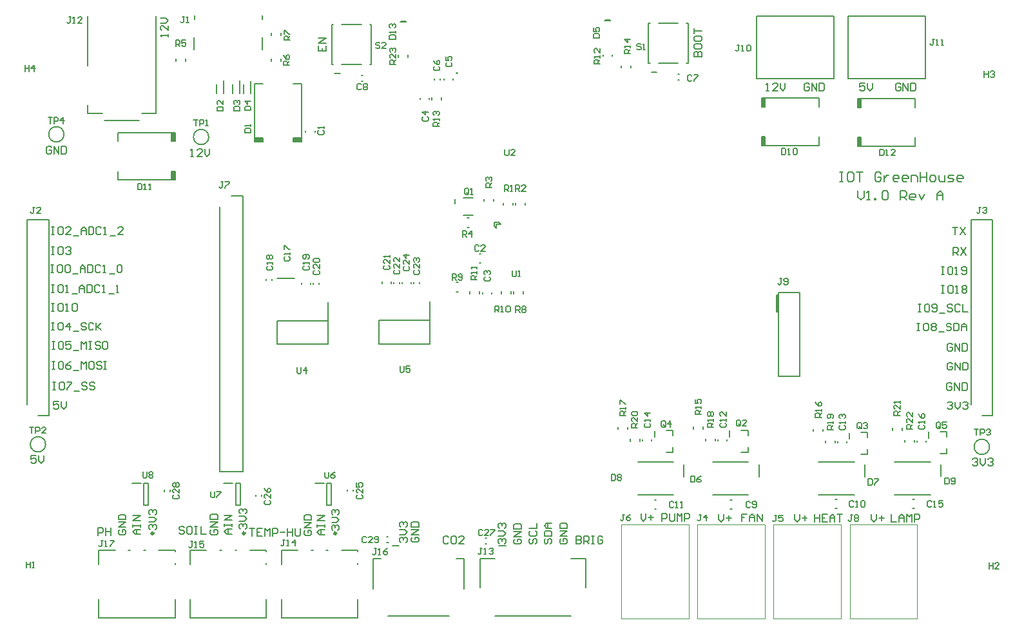
<source format=gto>
G04*
G04 #@! TF.GenerationSoftware,Altium Limited,Altium Designer,22.8.2 (66)*
G04*
G04 Layer_Color=65535*
%FSAX25Y25*%
%MOIN*%
G70*
G04*
G04 #@! TF.SameCoordinates,48F98BF4-95A5-4A16-9148-CE3FBF4555CD*
G04*
G04*
G04 #@! TF.FilePolarity,Positive*
G04*
G01*
G75*
%ADD10C,0.00500*%
%ADD11C,0.00787*%
%ADD12C,0.01181*%
%ADD13C,0.00394*%
%ADD14R,0.01760X0.04469*%
%ADD15R,0.04469X0.01760*%
%ADD16R,0.00900X0.08700*%
D10*
X0485854Y0975408D02*
G03*
X0485854Y0975408I-0003937J0000000D01*
G01*
X0410954Y0976808D02*
G03*
X0410954Y0976808I-0003937J0000000D01*
G01*
X0889654Y0815108D02*
G03*
X0889654Y0815108I-0003937J0000000D01*
G01*
X0401454Y0816408D02*
G03*
X0401454Y0816408I-0003937J0000000D01*
G01*
X0628717Y0767908D02*
X0629505D01*
X0628730Y0764908D02*
X0629517D01*
X0577917Y0768608D02*
X0578705D01*
X0577930Y0765608D02*
X0578717D01*
X0462817Y0792008D02*
Y0792795D01*
X0465817Y0792020D02*
Y0792808D01*
X0510217Y0789608D02*
Y0790395D01*
X0513217Y0789620D02*
Y0790408D01*
X0557617Y0792108D02*
Y0792895D01*
X0560617Y0792120D02*
Y0792908D01*
X0391879Y0836988D02*
Y0932740D01*
X0403178D01*
Y0831240D02*
Y0932740D01*
X0397528Y0831240D02*
X0403178D01*
X0580779Y0763921D02*
X0584379D01*
X0578631Y0727460D02*
X0610127D01*
X0570953Y0741634D02*
Y0757382D01*
X0617804Y0741634D02*
Y0757382D01*
X0613867D02*
X0617804D01*
X0570953D02*
X0574890D01*
X0518117Y1028008D02*
Y1029189D01*
X0523117Y1028008D02*
Y1029189D01*
X0536017Y0977820D02*
Y0978608D01*
X0540817Y0977820D02*
Y0978608D01*
X0613717Y0900308D02*
X0614898D01*
X0613717Y0895308D02*
X0614898D01*
X0620917Y0894308D02*
Y0895489D01*
X0625917Y0894308D02*
Y0895489D01*
X0632217Y0894308D02*
Y0895095D01*
X0627417Y0894308D02*
Y0895095D01*
X0642217Y0894327D02*
Y0895508D01*
X0637217Y0894327D02*
Y0895508D01*
X0648517Y0894327D02*
Y0895508D01*
X0643517Y0894327D02*
Y0895508D01*
X0649417Y0940227D02*
Y0941408D01*
X0644417Y0940227D02*
Y0941408D01*
X0643317Y0940227D02*
Y0941408D01*
X0638317Y0940227D02*
Y0941408D01*
X0625717Y0910108D02*
X0626505D01*
X0625717Y0914908D02*
X0626505D01*
X0619517Y0933508D02*
X0620698D01*
X0619517Y0928508D02*
X0620698D01*
X0628117Y0942208D02*
Y0943389D01*
X0633117Y0942208D02*
Y0943389D01*
X0617637Y0944035D02*
X0622598D01*
X0617637Y0934980D02*
X0622598D01*
X0613317Y0941008D02*
Y0943108D01*
X0564717Y1007308D02*
X0565505D01*
X0564730Y1004308D02*
X0565517D01*
X0728517Y1007808D02*
X0729305D01*
X0728530Y1004808D02*
X0729317D01*
X0699317Y1011208D02*
Y1012389D01*
X0704317Y1011208D02*
Y1012389D01*
X0606217Y0994677D02*
Y0995858D01*
X0601217Y0994677D02*
Y0995858D01*
X0595217Y0994920D02*
Y0995708D01*
X0600017Y0994920D02*
Y0995708D01*
X0602417Y1004808D02*
Y1005595D01*
X0605417Y1004820D02*
Y1005608D01*
X0607517Y1004820D02*
Y1005608D01*
X0612317Y1004820D02*
Y1005608D01*
X0694617Y1017308D02*
Y1018095D01*
X0689817Y1017308D02*
Y1018095D01*
X0690617Y1035557D02*
X0693617D01*
X0690617D02*
X0691117Y1036057D01*
X0693117D02*
X0693617Y1035557D01*
X0691117Y1036057D02*
X0693117D01*
X0583917Y1016708D02*
Y1017889D01*
X0588917Y1016708D02*
Y1017889D01*
X0585017Y1034908D02*
X0588017D01*
X0585017D02*
X0585517Y1035408D01*
X0587517D02*
X0588017Y1034908D01*
X0585517Y1035408D02*
X0587517D01*
X0591717Y0899508D02*
Y0900295D01*
X0594717Y0899520D02*
Y0900308D01*
X0585817Y0899520D02*
Y0900308D01*
X0590617Y0899520D02*
Y0900308D01*
X0581517Y0899608D02*
Y0900395D01*
X0584517Y0899620D02*
Y0900408D01*
X0575517Y0899720D02*
Y0900508D01*
X0580317Y0899720D02*
Y0900508D01*
X0539817Y0899208D02*
Y0899995D01*
X0542817Y0899220D02*
Y0900008D01*
X0533817Y0899220D02*
Y0900008D01*
X0538617Y0899220D02*
Y0900008D01*
X0523117Y1014727D02*
Y1015908D01*
X0518117Y1014727D02*
Y1015908D01*
X0473717Y1014727D02*
Y1015908D01*
X0468717Y1014727D02*
Y1015908D01*
X0502017Y0997908D02*
Y1004483D01*
X0498317Y0998008D02*
Y1002732D01*
X0507617Y0997808D02*
Y1004383D01*
X0503917Y0997908D02*
Y1002632D01*
X0493517Y0997908D02*
Y1004483D01*
X0489817Y0998008D02*
Y1002732D01*
X0515517Y0901208D02*
Y0901995D01*
X0518517Y0901220D02*
Y0902008D01*
X0521290Y0902108D02*
X0530345D01*
X0600217Y0880510D02*
Y0890208D01*
X0573828Y0868305D02*
Y0880510D01*
X0600206Y0868305D02*
Y0880510D01*
X0573828Y0868305D02*
X0600206D01*
X0573828Y0880510D02*
X0600217D01*
X0547517Y0880310D02*
Y0890008D01*
X0521128Y0868105D02*
Y0880310D01*
X0547506Y0868105D02*
Y0880310D01*
X0521128Y0868105D02*
X0547506D01*
X0521128Y0880310D02*
X0547517D01*
X0634417Y0928208D02*
Y0930408D01*
X0636717D01*
X0633517Y0929108D02*
Y0931308D01*
X0635817D01*
X0636717Y0930408D01*
X0633517Y0929108D02*
X0634417Y0928208D01*
X0844417Y0823627D02*
Y0824808D01*
X0839417Y0823627D02*
Y0824808D01*
X0845817Y0817508D02*
Y0818689D01*
X0850817Y0817508D02*
Y0818689D01*
X0857017Y0817608D02*
Y0818395D01*
X0852217Y0817608D02*
Y0818395D01*
X0858217Y0819708D02*
Y0822808D01*
X0864212Y0811560D02*
X0867676D01*
Y0814355D01*
X0864212Y0823056D02*
X0867676D01*
Y0820261D02*
Y0823056D01*
X0803517Y0823227D02*
Y0824408D01*
X0798517Y0823227D02*
Y0824408D01*
X0804817Y0817208D02*
Y0818389D01*
X0809817Y0817208D02*
Y0818389D01*
X0815917Y0817308D02*
Y0818095D01*
X0811117Y0817308D02*
Y0818095D01*
X0817217Y0819308D02*
Y0822408D01*
X0823212Y0811160D02*
X0826676D01*
Y0813955D01*
X0823212Y0822656D02*
X0826676D01*
Y0819860D02*
Y0822656D01*
X0741417Y0824276D02*
Y0825457D01*
X0736417Y0824276D02*
Y0825457D01*
X0742717Y0818208D02*
Y0819389D01*
X0747717Y0818208D02*
Y0819389D01*
X0754017Y0818308D02*
Y0819095D01*
X0749217Y0818308D02*
Y0819095D01*
X0755317Y0820408D02*
Y0823508D01*
X0761312Y0812260D02*
X0764776D01*
Y0815055D01*
X0761312Y0823756D02*
X0764776D01*
Y0820961D02*
Y0823756D01*
X0703717Y0818008D02*
Y0819189D01*
X0708717Y0818008D02*
Y0819189D01*
X0702417Y0824227D02*
Y0825408D01*
X0697417Y0824227D02*
Y0825408D01*
X0715017Y0818208D02*
Y0818995D01*
X0710217Y0818208D02*
Y0818995D01*
X0716517Y0820308D02*
Y0823408D01*
X0722512Y0812160D02*
X0725976D01*
Y0814955D01*
X0722512Y0823656D02*
X0725976D01*
Y0820860D02*
Y0823656D01*
X0731629Y0799701D02*
Y0806001D01*
X0707737Y0807165D02*
X0726241D01*
X0707737Y0790236D02*
X0726241D01*
X0716530Y0787708D02*
X0717317D01*
X0716530Y0782908D02*
X0717317D01*
X0770429Y0799701D02*
Y0806001D01*
X0746537Y0807165D02*
X0765041D01*
X0746537Y0790236D02*
X0765041D01*
X0755630Y0787708D02*
X0756417D01*
X0755630Y0782908D02*
X0756417D01*
X0810030Y0788008D02*
X0810817D01*
X0810030Y0783208D02*
X0810817D01*
X0825229Y0799701D02*
Y0806001D01*
X0801337Y0807165D02*
X0819841D01*
X0801337Y0790236D02*
X0819841D01*
X0864529Y0799801D02*
Y0806101D01*
X0840637Y0807265D02*
X0859141D01*
X0840637Y0790336D02*
X0859141D01*
X0849930Y0788008D02*
X0850717D01*
X0849930Y0783208D02*
X0850717D01*
X0821461Y0970664D02*
X0823221D01*
X0821461D02*
Y0975132D01*
X0823221D01*
X0821461Y0990683D02*
X0823221D01*
X0821461D02*
Y0995152D01*
X0823221D01*
Y0990683D02*
Y0995152D01*
Y0970664D02*
Y0975132D01*
Y0970664D02*
X0851213D01*
Y0990683D02*
Y0995152D01*
Y0970664D02*
Y0975132D01*
X0823221Y0995152D02*
X0851213D01*
X0771861Y0971064D02*
X0773621D01*
X0771861D02*
Y0975532D01*
X0773621D01*
X0771861Y0991083D02*
X0773621D01*
X0771861D02*
Y0995552D01*
X0773621D01*
Y0991083D02*
Y0995552D01*
Y0971064D02*
Y0975532D01*
Y0971064D02*
X0801613D01*
Y0991083D02*
Y0995552D01*
Y0971064D02*
Y0975532D01*
X0773621Y0995552D02*
X0801613D01*
X0533961Y0973052D02*
Y0974812D01*
X0529493Y0973052D02*
X0533961D01*
X0529493D02*
Y0974812D01*
X0513942Y0973052D02*
Y0974812D01*
X0509473Y0973052D02*
X0513942D01*
X0509473D02*
Y0974812D01*
X0513942D01*
X0529493D02*
X0533961D01*
Y1002804D01*
X0509473D02*
X0513942D01*
X0529493D02*
X0533961D01*
X0509473Y0974812D02*
Y1002804D01*
X0466713Y0977652D02*
X0468473D01*
Y0973183D02*
Y0977652D01*
X0466713Y0973183D02*
X0468473D01*
X0466713Y0957632D02*
X0468473D01*
Y0953164D02*
Y0957632D01*
X0466713Y0953164D02*
X0468473D01*
X0466713D02*
Y0957632D01*
Y0973183D02*
Y0977652D01*
X0438721D02*
X0466713D01*
X0438721Y0953164D02*
Y0957632D01*
Y0973183D02*
Y0977652D01*
Y0953164D02*
X0466713D01*
X0880068Y0836988D02*
Y0932740D01*
X0891367D01*
Y0831240D02*
Y0932740D01*
X0885717Y0831240D02*
X0891367D01*
X0540834Y0796415D02*
X0545558D01*
X0546936Y0796356D02*
X0549298D01*
Y0784860D02*
Y0796356D01*
X0546936Y0784860D02*
X0549298D01*
X0546936D02*
Y0796356D01*
X0493634Y0796415D02*
X0498358D01*
X0499736Y0796356D02*
X0502098D01*
Y0784860D02*
Y0796356D01*
X0499736Y0784860D02*
X0502098D01*
X0499736D02*
Y0796356D01*
X0446234Y0796415D02*
X0450958D01*
X0452336Y0796356D02*
X0454698D01*
Y0784860D02*
Y0796356D01*
X0452336Y0784860D02*
X0454698D01*
X0452336D02*
Y0796356D01*
X0635934Y0763921D02*
X0639434D01*
X0626072Y0757382D02*
X0633749D01*
X0673119D02*
X0680796D01*
X0626072Y0742421D02*
Y0757382D01*
X0680796Y0742421D02*
Y0757382D01*
X0633749Y0727460D02*
X0673119D01*
X0713298Y1034155D02*
X0714085D01*
X0713298Y1013683D02*
Y1034155D01*
Y1013683D02*
X0714085D01*
X0732982Y1034155D02*
X0733770D01*
Y1013683D02*
Y1034155D01*
X0732982Y1013683D02*
X0733770D01*
X0718416Y1034155D02*
X0728652D01*
X0718416Y1013683D02*
X0728652D01*
X0714834Y1009019D02*
X0717534D01*
X0549481Y1033444D02*
X0550268D01*
X0549481Y1012971D02*
Y1033444D01*
Y1012971D02*
X0550268D01*
X0569166Y1033444D02*
X0569953D01*
Y1012971D02*
Y1033444D01*
X0569166Y1012971D02*
X0569953D01*
X0554599Y1033444D02*
X0564835D01*
X0554599Y1012971D02*
X0564835D01*
X0551017Y1008308D02*
X0553717D01*
X0478355Y1020531D02*
Y1026791D01*
X0478417Y1038208D02*
X0478455Y1036397D01*
X0513552Y1020531D02*
Y1026791D01*
X0513517Y1038208D02*
X0513552Y1036397D01*
X0458552Y0987500D02*
Y1037808D01*
X0423119Y0987500D02*
Y0992027D01*
X0451268Y0987500D02*
X0458552D01*
X0423117Y1038008D02*
X0423119Y1012106D01*
Y0987500D02*
X0430796D01*
X0431935Y0983846D02*
X0449935D01*
X0769171Y1038028D02*
X0809171D01*
Y1005745D02*
Y1038028D01*
X0769171Y1005745D02*
X0809171D01*
X0769171D02*
Y1038028D01*
X0816415D02*
X0856415D01*
Y1005745D02*
Y1038028D01*
X0816415Y1005745D02*
X0856415D01*
X0816415D02*
Y1038028D01*
X0562883Y0726673D02*
Y0736220D01*
Y0754134D02*
Y0754921D01*
Y0761024D02*
Y0761713D01*
X0523512D02*
X0531879D01*
X0538768D02*
X0539753D01*
X0546642D02*
X0547627D01*
X0554516D02*
X0562883D01*
X0523512Y0726673D02*
Y0736220D01*
Y0754134D02*
Y0761713D01*
Y0726673D02*
X0562883D01*
X0515638D02*
Y0736220D01*
Y0754134D02*
Y0754921D01*
Y0761024D02*
Y0761713D01*
X0476268D02*
X0484634D01*
X0491524D02*
X0492509D01*
X0499398D02*
X0500383D01*
X0507272D02*
X0515638D01*
X0476268Y0726673D02*
Y0736220D01*
Y0754134D02*
Y0761713D01*
Y0726673D02*
X0515638D01*
X0468394D02*
Y0736220D01*
Y0754134D02*
Y0754921D01*
Y0761024D02*
Y0761713D01*
X0429024D02*
X0437390D01*
X0444280D02*
X0445264D01*
X0452154D02*
X0453138D01*
X0460028D02*
X0468394D01*
X0429024Y0726673D02*
Y0736220D01*
Y0754134D02*
Y0761713D01*
Y0726673D02*
X0468394D01*
X0491662Y0802303D02*
Y0939114D01*
Y0802303D02*
X0503473D01*
Y0945098D01*
X0497568D02*
X0503473D01*
X0791406Y0851752D02*
Y0895098D01*
X0780678Y0851752D02*
X0791406D01*
X0780678D02*
Y0895098D01*
X0791406D01*
X0779678Y0884814D02*
Y0893514D01*
Y0884814D02*
X0780578D01*
X0780678Y0884914D01*
X0779678Y0893614D02*
X0780678D01*
D11*
X0614683Y1008418D02*
G03*
X0614683Y1008418I-0000360J0000000D01*
G01*
X0821605Y0947518D02*
Y0944369D01*
X0823179Y0942795D01*
X0824753Y0944369D01*
Y0947518D01*
X0826327Y0942795D02*
X0827902D01*
X0827115D01*
Y0947518D01*
X0826327Y0946731D01*
X0830263Y0942795D02*
Y0943582D01*
X0831050D01*
Y0942795D01*
X0830263D01*
X0834199Y0946731D02*
X0834986Y0947518D01*
X0836560D01*
X0837348Y0946731D01*
Y0943582D01*
X0836560Y0942795D01*
X0834986D01*
X0834199Y0943582D01*
Y0946731D01*
X0843645Y0942795D02*
Y0947518D01*
X0846006D01*
X0846793Y0946731D01*
Y0945157D01*
X0846006Y0944369D01*
X0843645D01*
X0845219D02*
X0846793Y0942795D01*
X0850729D02*
X0849155D01*
X0848368Y0943582D01*
Y0945157D01*
X0849155Y0945944D01*
X0850729D01*
X0851516Y0945157D01*
Y0944369D01*
X0848368D01*
X0853090Y0945944D02*
X0854665Y0942795D01*
X0856239Y0945944D01*
X0862536Y0942795D02*
Y0945944D01*
X0864110Y0947518D01*
X0865685Y0945944D01*
Y0942795D01*
Y0945157D01*
X0862536D01*
X0812305Y0957118D02*
X0813879D01*
X0813092D01*
Y0952395D01*
X0812305D01*
X0813879D01*
X0818602Y0957118D02*
X0817027D01*
X0816240Y0956331D01*
Y0953182D01*
X0817027Y0952395D01*
X0818602D01*
X0819389Y0953182D01*
Y0956331D01*
X0818602Y0957118D01*
X0820963D02*
X0824112D01*
X0822538D01*
Y0952395D01*
X0833558Y0956331D02*
X0832770Y0957118D01*
X0831196D01*
X0830409Y0956331D01*
Y0953182D01*
X0831196Y0952395D01*
X0832770D01*
X0833558Y0953182D01*
Y0954757D01*
X0831983D01*
X0835132Y0955544D02*
Y0952395D01*
Y0953969D01*
X0835919Y0954757D01*
X0836706Y0955544D01*
X0837493D01*
X0842216Y0952395D02*
X0840642D01*
X0839855Y0953182D01*
Y0954757D01*
X0840642Y0955544D01*
X0842216D01*
X0843003Y0954757D01*
Y0953969D01*
X0839855D01*
X0846939Y0952395D02*
X0845365D01*
X0844578Y0953182D01*
Y0954757D01*
X0845365Y0955544D01*
X0846939D01*
X0847726Y0954757D01*
Y0953969D01*
X0844578D01*
X0849300Y0952395D02*
Y0955544D01*
X0851662D01*
X0852449Y0954757D01*
Y0952395D01*
X0854023Y0957118D02*
Y0952395D01*
Y0954757D01*
X0857172D01*
Y0957118D01*
Y0952395D01*
X0859533D02*
X0861108D01*
X0861895Y0953182D01*
Y0954757D01*
X0861108Y0955544D01*
X0859533D01*
X0858746Y0954757D01*
Y0953182D01*
X0859533Y0952395D01*
X0863469Y0955544D02*
Y0953182D01*
X0864256Y0952395D01*
X0866618D01*
Y0955544D01*
X0868192Y0952395D02*
X0870553D01*
X0871341Y0953182D01*
X0870553Y0953969D01*
X0868979D01*
X0868192Y0954757D01*
X0868979Y0955544D01*
X0871341D01*
X0875276Y0952395D02*
X0873702D01*
X0872915Y0953182D01*
Y0954757D01*
X0873702Y0955544D01*
X0875276D01*
X0876064Y0954757D01*
Y0953969D01*
X0872915D01*
X0476505Y0965195D02*
X0477816D01*
X0477161D01*
Y0969131D01*
X0476505Y0968475D01*
X0482408Y0965195D02*
X0479784D01*
X0482408Y0967819D01*
Y0968475D01*
X0481752Y0969131D01*
X0480440D01*
X0479784Y0968475D01*
X0483720Y0969131D02*
Y0966507D01*
X0485032Y0965195D01*
X0486344Y0966507D01*
Y0969131D01*
X0404428Y0969875D02*
X0403772Y0970531D01*
X0402460D01*
X0401805Y0969875D01*
Y0967251D01*
X0402460Y0966595D01*
X0403772D01*
X0404428Y0967251D01*
Y0968563D01*
X0403117D01*
X0405740Y0966595D02*
Y0970531D01*
X0408364Y0966595D01*
Y0970531D01*
X0409676D02*
Y0966595D01*
X0411644D01*
X0412300Y0967251D01*
Y0969875D01*
X0411644Y0970531D01*
X0409676D01*
X0880905Y0808575D02*
X0881561Y0809231D01*
X0882872D01*
X0883528Y0808575D01*
Y0807919D01*
X0882872Y0807263D01*
X0882216D01*
X0882872D01*
X0883528Y0806607D01*
Y0805951D01*
X0882872Y0805295D01*
X0881561D01*
X0880905Y0805951D01*
X0884840Y0809231D02*
Y0806607D01*
X0886152Y0805295D01*
X0887464Y0806607D01*
Y0809231D01*
X0888776Y0808575D02*
X0889432Y0809231D01*
X0890744D01*
X0891400Y0808575D01*
Y0807919D01*
X0890744Y0807263D01*
X0890088D01*
X0890744D01*
X0891400Y0806607D01*
Y0805951D01*
X0890744Y0805295D01*
X0889432D01*
X0888776Y0805951D01*
X0396628Y0810631D02*
X0394005D01*
Y0808663D01*
X0395317Y0809319D01*
X0395972D01*
X0396628Y0808663D01*
Y0807351D01*
X0395972Y0806695D01*
X0394660D01*
X0394005Y0807351D01*
X0397940Y0810631D02*
Y0808007D01*
X0399252Y0806695D01*
X0400564Y0808007D01*
Y0810631D01*
X0404605Y0918531D02*
X0405917D01*
X0405261D01*
Y0914595D01*
X0404605D01*
X0405917D01*
X0409852Y0918531D02*
X0408540D01*
X0407884Y0917875D01*
Y0915251D01*
X0408540Y0914595D01*
X0409852D01*
X0410508Y0915251D01*
Y0917875D01*
X0409852Y0918531D01*
X0411820Y0917875D02*
X0412476Y0918531D01*
X0413788D01*
X0414444Y0917875D01*
Y0917219D01*
X0413788Y0916563D01*
X0413132D01*
X0413788D01*
X0414444Y0915907D01*
Y0915251D01*
X0413788Y0914595D01*
X0412476D01*
X0411820Y0915251D01*
X0404705Y0928987D02*
X0406016D01*
X0405361D01*
Y0925051D01*
X0404705D01*
X0406016D01*
X0409952Y0928987D02*
X0408640D01*
X0407984Y0928331D01*
Y0925707D01*
X0408640Y0925051D01*
X0409952D01*
X0410608Y0925707D01*
Y0928331D01*
X0409952Y0928987D01*
X0414544Y0925051D02*
X0411920D01*
X0414544Y0927675D01*
Y0928331D01*
X0413888Y0928987D01*
X0412576D01*
X0411920Y0928331D01*
X0415856Y0924395D02*
X0418480D01*
X0419792Y0925051D02*
Y0927675D01*
X0421103Y0928987D01*
X0422415Y0927675D01*
Y0925051D01*
Y0927019D01*
X0419792D01*
X0423727Y0928987D02*
Y0925051D01*
X0425695D01*
X0426351Y0925707D01*
Y0928331D01*
X0425695Y0928987D01*
X0423727D01*
X0430287Y0928331D02*
X0429631Y0928987D01*
X0428319D01*
X0427663Y0928331D01*
Y0925707D01*
X0428319Y0925051D01*
X0429631D01*
X0430287Y0925707D01*
X0431599Y0925051D02*
X0432911D01*
X0432255D01*
Y0928987D01*
X0431599Y0928331D01*
X0434879Y0924395D02*
X0437502D01*
X0441438Y0925051D02*
X0438814D01*
X0441438Y0927675D01*
Y0928331D01*
X0440782Y0928987D01*
X0439470D01*
X0438814Y0928331D01*
X0404305Y0909187D02*
X0405617D01*
X0404960D01*
Y0905251D01*
X0404305D01*
X0405617D01*
X0409552Y0909187D02*
X0408240D01*
X0407584Y0908531D01*
Y0905907D01*
X0408240Y0905251D01*
X0409552D01*
X0410208Y0905907D01*
Y0908531D01*
X0409552Y0909187D01*
X0411520Y0908531D02*
X0412176Y0909187D01*
X0413488D01*
X0414144Y0908531D01*
Y0905907D01*
X0413488Y0905251D01*
X0412176D01*
X0411520Y0905907D01*
Y0908531D01*
X0415456Y0904595D02*
X0418080D01*
X0419392Y0905251D02*
Y0907875D01*
X0420704Y0909187D01*
X0422015Y0907875D01*
Y0905251D01*
Y0907219D01*
X0419392D01*
X0423327Y0909187D02*
Y0905251D01*
X0425295D01*
X0425951Y0905907D01*
Y0908531D01*
X0425295Y0909187D01*
X0423327D01*
X0429887Y0908531D02*
X0429231Y0909187D01*
X0427919D01*
X0427263Y0908531D01*
Y0905907D01*
X0427919Y0905251D01*
X0429231D01*
X0429887Y0905907D01*
X0431199Y0905251D02*
X0432511D01*
X0431855D01*
Y0909187D01*
X0431199Y0908531D01*
X0434479Y0904595D02*
X0437102D01*
X0438414Y0908531D02*
X0439070Y0909187D01*
X0440382D01*
X0441038Y0908531D01*
Y0905907D01*
X0440382Y0905251D01*
X0439070D01*
X0438414Y0905907D01*
Y0908531D01*
X0404605Y0898887D02*
X0405917D01*
X0405261D01*
Y0894951D01*
X0404605D01*
X0405917D01*
X0409852Y0898887D02*
X0408540D01*
X0407884Y0898231D01*
Y0895607D01*
X0408540Y0894951D01*
X0409852D01*
X0410508Y0895607D01*
Y0898231D01*
X0409852Y0898887D01*
X0411820Y0894951D02*
X0413132D01*
X0412476D01*
Y0898887D01*
X0411820Y0898231D01*
X0415100Y0894295D02*
X0417724D01*
X0419036Y0894951D02*
Y0897575D01*
X0420347Y0898887D01*
X0421659Y0897575D01*
Y0894951D01*
Y0896919D01*
X0419036D01*
X0422971Y0898887D02*
Y0894951D01*
X0424939D01*
X0425595Y0895607D01*
Y0898231D01*
X0424939Y0898887D01*
X0422971D01*
X0429531Y0898231D02*
X0428875Y0898887D01*
X0427563D01*
X0426907Y0898231D01*
Y0895607D01*
X0427563Y0894951D01*
X0428875D01*
X0429531Y0895607D01*
X0430843Y0894951D02*
X0432155D01*
X0431499D01*
Y0898887D01*
X0430843Y0898231D01*
X0434123Y0894295D02*
X0436746D01*
X0438058Y0894951D02*
X0439370D01*
X0438714D01*
Y0898887D01*
X0438058Y0898231D01*
X0404705Y0889231D02*
X0406016D01*
X0405361D01*
Y0885295D01*
X0404705D01*
X0406016D01*
X0409952Y0889231D02*
X0408640D01*
X0407984Y0888575D01*
Y0885951D01*
X0408640Y0885295D01*
X0409952D01*
X0410608Y0885951D01*
Y0888575D01*
X0409952Y0889231D01*
X0411920Y0885295D02*
X0413232D01*
X0412576D01*
Y0889231D01*
X0411920Y0888575D01*
X0415200D02*
X0415856Y0889231D01*
X0417168D01*
X0417824Y0888575D01*
Y0885951D01*
X0417168Y0885295D01*
X0415856D01*
X0415200Y0885951D01*
Y0888575D01*
X0404705Y0879387D02*
X0406016D01*
X0405361D01*
Y0875451D01*
X0404705D01*
X0406016D01*
X0409952Y0879387D02*
X0408640D01*
X0407984Y0878731D01*
Y0876107D01*
X0408640Y0875451D01*
X0409952D01*
X0410608Y0876107D01*
Y0878731D01*
X0409952Y0879387D01*
X0413888Y0875451D02*
Y0879387D01*
X0411920Y0877419D01*
X0414544D01*
X0415856Y0874795D02*
X0418480D01*
X0422415Y0878731D02*
X0421759Y0879387D01*
X0420447D01*
X0419792Y0878731D01*
Y0878075D01*
X0420447Y0877419D01*
X0421759D01*
X0422415Y0876763D01*
Y0876107D01*
X0421759Y0875451D01*
X0420447D01*
X0419792Y0876107D01*
X0426351Y0878731D02*
X0425695Y0879387D01*
X0424383D01*
X0423727Y0878731D01*
Y0876107D01*
X0424383Y0875451D01*
X0425695D01*
X0426351Y0876107D01*
X0427663Y0879387D02*
Y0875451D01*
Y0876763D01*
X0430287Y0879387D01*
X0428319Y0877419D01*
X0430287Y0875451D01*
X0404805Y0869687D02*
X0406116D01*
X0405461D01*
Y0865751D01*
X0404805D01*
X0406116D01*
X0410052Y0869687D02*
X0408740D01*
X0408084Y0869031D01*
Y0866407D01*
X0408740Y0865751D01*
X0410052D01*
X0410708Y0866407D01*
Y0869031D01*
X0410052Y0869687D01*
X0414644D02*
X0412020D01*
Y0867719D01*
X0413332Y0868375D01*
X0413988D01*
X0414644Y0867719D01*
Y0866407D01*
X0413988Y0865751D01*
X0412676D01*
X0412020Y0866407D01*
X0415956Y0865095D02*
X0418580D01*
X0419892Y0865751D02*
Y0869687D01*
X0421204Y0868375D01*
X0422515Y0869687D01*
Y0865751D01*
X0423827Y0869687D02*
X0425139D01*
X0424483D01*
Y0865751D01*
X0423827D01*
X0425139D01*
X0429731Y0869031D02*
X0429075Y0869687D01*
X0427763D01*
X0427107Y0869031D01*
Y0868375D01*
X0427763Y0867719D01*
X0429075D01*
X0429731Y0867063D01*
Y0866407D01*
X0429075Y0865751D01*
X0427763D01*
X0427107Y0866407D01*
X0433011Y0869687D02*
X0431699D01*
X0431043Y0869031D01*
Y0866407D01*
X0431699Y0865751D01*
X0433011D01*
X0433667Y0866407D01*
Y0869031D01*
X0433011Y0869687D01*
X0404805Y0859187D02*
X0406116D01*
X0405461D01*
Y0855251D01*
X0404805D01*
X0406116D01*
X0410052Y0859187D02*
X0408740D01*
X0408084Y0858531D01*
Y0855907D01*
X0408740Y0855251D01*
X0410052D01*
X0410708Y0855907D01*
Y0858531D01*
X0410052Y0859187D01*
X0414644D02*
X0413332Y0858531D01*
X0412020Y0857219D01*
Y0855907D01*
X0412676Y0855251D01*
X0413988D01*
X0414644Y0855907D01*
Y0856563D01*
X0413988Y0857219D01*
X0412020D01*
X0415956Y0854595D02*
X0418580D01*
X0419892Y0855251D02*
Y0859187D01*
X0421204Y0857875D01*
X0422515Y0859187D01*
Y0855251D01*
X0425795Y0859187D02*
X0424483D01*
X0423827Y0858531D01*
Y0855907D01*
X0424483Y0855251D01*
X0425795D01*
X0426451Y0855907D01*
Y0858531D01*
X0425795Y0859187D01*
X0430387Y0858531D02*
X0429731Y0859187D01*
X0428419D01*
X0427763Y0858531D01*
Y0857875D01*
X0428419Y0857219D01*
X0429731D01*
X0430387Y0856563D01*
Y0855907D01*
X0429731Y0855251D01*
X0428419D01*
X0427763Y0855907D01*
X0431699Y0859187D02*
X0433011D01*
X0432355D01*
Y0855251D01*
X0431699D01*
X0433011D01*
X0405205Y0848487D02*
X0406517D01*
X0405861D01*
Y0844551D01*
X0405205D01*
X0406517D01*
X0410452Y0848487D02*
X0409140D01*
X0408484Y0847831D01*
Y0845207D01*
X0409140Y0844551D01*
X0410452D01*
X0411108Y0845207D01*
Y0847831D01*
X0410452Y0848487D01*
X0412420D02*
X0415044D01*
Y0847831D01*
X0412420Y0845207D01*
Y0844551D01*
X0416356Y0843895D02*
X0418980D01*
X0422915Y0847831D02*
X0422259Y0848487D01*
X0420948D01*
X0420292Y0847831D01*
Y0847175D01*
X0420948Y0846519D01*
X0422259D01*
X0422915Y0845863D01*
Y0845207D01*
X0422259Y0844551D01*
X0420948D01*
X0420292Y0845207D01*
X0426851Y0847831D02*
X0426195Y0848487D01*
X0424883D01*
X0424227Y0847831D01*
Y0847175D01*
X0424883Y0846519D01*
X0426195D01*
X0426851Y0845863D01*
Y0845207D01*
X0426195Y0844551D01*
X0424883D01*
X0424227Y0845207D01*
X0408228Y0838631D02*
X0405605D01*
Y0836663D01*
X0406917Y0837319D01*
X0407572D01*
X0408228Y0836663D01*
Y0835351D01*
X0407572Y0834695D01*
X0406260D01*
X0405605Y0835351D01*
X0409540Y0838631D02*
Y0836007D01*
X0410852Y0834695D01*
X0412164Y0836007D01*
Y0838631D01*
X0870605Y0928731D02*
X0873228D01*
X0871916D01*
Y0924795D01*
X0874540Y0928731D02*
X0877164Y0924795D01*
Y0928731D02*
X0874540Y0924795D01*
X0871005Y0914395D02*
Y0918331D01*
X0872972D01*
X0873628Y0917675D01*
Y0916363D01*
X0872972Y0915707D01*
X0871005D01*
X0872316D02*
X0873628Y0914395D01*
X0874940Y0918331D02*
X0877564Y0914395D01*
Y0918331D02*
X0874940Y0914395D01*
X0864805Y0908231D02*
X0866117D01*
X0865460D01*
Y0904295D01*
X0864805D01*
X0866117D01*
X0870052Y0908231D02*
X0868740D01*
X0868084Y0907575D01*
Y0904951D01*
X0868740Y0904295D01*
X0870052D01*
X0870708Y0904951D01*
Y0907575D01*
X0870052Y0908231D01*
X0872020Y0904295D02*
X0873332D01*
X0872676D01*
Y0908231D01*
X0872020Y0907575D01*
X0875300Y0904951D02*
X0875956Y0904295D01*
X0877268D01*
X0877924Y0904951D01*
Y0907575D01*
X0877268Y0908231D01*
X0875956D01*
X0875300Y0907575D01*
Y0906919D01*
X0875956Y0906263D01*
X0877924D01*
X0864905Y0898531D02*
X0866216D01*
X0865561D01*
Y0894595D01*
X0864905D01*
X0866216D01*
X0870152Y0898531D02*
X0868840D01*
X0868184Y0897875D01*
Y0895251D01*
X0868840Y0894595D01*
X0870152D01*
X0870808Y0895251D01*
Y0897875D01*
X0870152Y0898531D01*
X0872120Y0894595D02*
X0873432D01*
X0872776D01*
Y0898531D01*
X0872120Y0897875D01*
X0875400D02*
X0876056Y0898531D01*
X0877368D01*
X0878024Y0897875D01*
Y0897219D01*
X0877368Y0896563D01*
X0878024Y0895907D01*
Y0895251D01*
X0877368Y0894595D01*
X0876056D01*
X0875400Y0895251D01*
Y0895907D01*
X0876056Y0896563D01*
X0875400Y0897219D01*
Y0897875D01*
X0876056Y0896563D02*
X0877368D01*
X0852805Y0888987D02*
X0854117D01*
X0853461D01*
Y0885051D01*
X0852805D01*
X0854117D01*
X0856084Y0888331D02*
X0856740Y0888987D01*
X0858052D01*
X0858708Y0888331D01*
Y0885707D01*
X0858052Y0885051D01*
X0856740D01*
X0856084Y0885707D01*
Y0888331D01*
X0860020Y0885707D02*
X0860676Y0885051D01*
X0861988D01*
X0862644Y0885707D01*
Y0888331D01*
X0861988Y0888987D01*
X0860676D01*
X0860020Y0888331D01*
Y0887675D01*
X0860676Y0887019D01*
X0862644D01*
X0863956Y0884395D02*
X0866580D01*
X0870515Y0888331D02*
X0869859Y0888987D01*
X0868548D01*
X0867892Y0888331D01*
Y0887675D01*
X0868548Y0887019D01*
X0869859D01*
X0870515Y0886363D01*
Y0885707D01*
X0869859Y0885051D01*
X0868548D01*
X0867892Y0885707D01*
X0874451Y0888331D02*
X0873795Y0888987D01*
X0872483D01*
X0871827Y0888331D01*
Y0885707D01*
X0872483Y0885051D01*
X0873795D01*
X0874451Y0885707D01*
X0875763Y0888987D02*
Y0885051D01*
X0878387D01*
X0852305Y0879087D02*
X0853617D01*
X0852960D01*
Y0875151D01*
X0852305D01*
X0853617D01*
X0855584Y0878431D02*
X0856240Y0879087D01*
X0857552D01*
X0858208Y0878431D01*
Y0875807D01*
X0857552Y0875151D01*
X0856240D01*
X0855584Y0875807D01*
Y0878431D01*
X0859520D02*
X0860176Y0879087D01*
X0861488D01*
X0862144Y0878431D01*
Y0877775D01*
X0861488Y0877119D01*
X0862144Y0876463D01*
Y0875807D01*
X0861488Y0875151D01*
X0860176D01*
X0859520Y0875807D01*
Y0876463D01*
X0860176Y0877119D01*
X0859520Y0877775D01*
Y0878431D01*
X0860176Y0877119D02*
X0861488D01*
X0863456Y0874495D02*
X0866080D01*
X0870015Y0878431D02*
X0869359Y0879087D01*
X0868048D01*
X0867392Y0878431D01*
Y0877775D01*
X0868048Y0877119D01*
X0869359D01*
X0870015Y0876463D01*
Y0875807D01*
X0869359Y0875151D01*
X0868048D01*
X0867392Y0875807D01*
X0871327Y0879087D02*
Y0875151D01*
X0873295D01*
X0873951Y0875807D01*
Y0878431D01*
X0873295Y0879087D01*
X0871327D01*
X0875263Y0875151D02*
Y0877775D01*
X0876575Y0879087D01*
X0877887Y0877775D01*
Y0875151D01*
Y0877119D01*
X0875263D01*
X0870428Y0867975D02*
X0869772Y0868631D01*
X0868460D01*
X0867805Y0867975D01*
Y0865351D01*
X0868460Y0864695D01*
X0869772D01*
X0870428Y0865351D01*
Y0866663D01*
X0869116D01*
X0871740Y0864695D02*
Y0868631D01*
X0874364Y0864695D01*
Y0868631D01*
X0875676D02*
Y0864695D01*
X0877644D01*
X0878300Y0865351D01*
Y0867975D01*
X0877644Y0868631D01*
X0875676D01*
X0464930Y1027195D02*
Y1028507D01*
Y1027851D01*
X0460994D01*
X0461650Y1027195D01*
X0464930Y1033099D02*
Y1030475D01*
X0462306Y1033099D01*
X0461650D01*
X0460994Y1032443D01*
Y1031131D01*
X0461650Y1030475D01*
X0460994Y1034411D02*
X0463618D01*
X0464930Y1035723D01*
X0463618Y1037035D01*
X0460994D01*
X0843728Y1002575D02*
X0843072Y1003231D01*
X0841761D01*
X0841105Y1002575D01*
Y0999951D01*
X0841761Y0999295D01*
X0843072D01*
X0843728Y0999951D01*
Y1001263D01*
X0842416D01*
X0845040Y0999295D02*
Y1003231D01*
X0847664Y0999295D01*
Y1003231D01*
X0848976D02*
Y0999295D01*
X0850944D01*
X0851600Y0999951D01*
Y1002575D01*
X0850944Y1003231D01*
X0848976D01*
X0825228Y1003331D02*
X0822605D01*
Y1001363D01*
X0823917Y1002019D01*
X0824572D01*
X0825228Y1001363D01*
Y1000051D01*
X0824572Y0999395D01*
X0823260D01*
X0822605Y1000051D01*
X0826540Y1003331D02*
Y1000707D01*
X0827852Y0999395D01*
X0829164Y1000707D01*
Y1003331D01*
X0796428Y1002475D02*
X0795772Y1003131D01*
X0794460D01*
X0793805Y1002475D01*
Y0999851D01*
X0794460Y0999195D01*
X0795772D01*
X0796428Y0999851D01*
Y1001163D01*
X0795117D01*
X0797740Y0999195D02*
Y1003131D01*
X0800364Y0999195D01*
Y1003131D01*
X0801676D02*
Y0999195D01*
X0803644D01*
X0804300Y0999851D01*
Y1002475D01*
X0803644Y1003131D01*
X0801676D01*
X0774205Y0999295D02*
X0775517D01*
X0774860D01*
Y1003231D01*
X0774205Y1002575D01*
X0780108Y0999295D02*
X0777484D01*
X0780108Y1001919D01*
Y1002575D01*
X0779452Y1003231D01*
X0778140D01*
X0777484Y1002575D01*
X0781420Y1003231D02*
Y1000607D01*
X0782732Y0999295D01*
X0784044Y1000607D01*
Y1003231D01*
X0542494Y1022619D02*
Y1019995D01*
X0546430D01*
Y1022619D01*
X0544462Y1019995D02*
Y1021307D01*
X0546430Y1023931D02*
X0542494D01*
X0546430Y1026555D01*
X0542494D01*
X0736994Y1017095D02*
X0740930D01*
Y1019063D01*
X0740274Y1019719D01*
X0739618D01*
X0738962Y1019063D01*
Y1017095D01*
Y1019063D01*
X0738306Y1019719D01*
X0737650D01*
X0736994Y1019063D01*
Y1017095D01*
Y1022999D02*
Y1021687D01*
X0737650Y1021031D01*
X0740274D01*
X0740930Y1021687D01*
Y1022999D01*
X0740274Y1023655D01*
X0737650D01*
X0736994Y1022999D01*
Y1026935D02*
Y1025623D01*
X0737650Y1024967D01*
X0740274D01*
X0740930Y1025623D01*
Y1026935D01*
X0740274Y1027590D01*
X0737650D01*
X0736994Y1026935D01*
Y1028902D02*
Y1031526D01*
Y1030214D01*
X0740930D01*
X0870528Y0858075D02*
X0869872Y0858731D01*
X0868561D01*
X0867905Y0858075D01*
Y0855451D01*
X0868561Y0854795D01*
X0869872D01*
X0870528Y0855451D01*
Y0856763D01*
X0869217D01*
X0871840Y0854795D02*
Y0858731D01*
X0874464Y0854795D01*
Y0858731D01*
X0875776D02*
Y0854795D01*
X0877744D01*
X0878400Y0855451D01*
Y0858075D01*
X0877744Y0858731D01*
X0875776D01*
X0870328Y0847575D02*
X0869672Y0848231D01*
X0868361D01*
X0867705Y0847575D01*
Y0844951D01*
X0868361Y0844295D01*
X0869672D01*
X0870328Y0844951D01*
Y0846263D01*
X0869016D01*
X0871640Y0844295D02*
Y0848231D01*
X0874264Y0844295D01*
Y0848231D01*
X0875576D02*
Y0844295D01*
X0877544D01*
X0878200Y0844951D01*
Y0847575D01*
X0877544Y0848231D01*
X0875576D01*
X0868005Y0837775D02*
X0868661Y0838431D01*
X0869972D01*
X0870628Y0837775D01*
Y0837119D01*
X0869972Y0836463D01*
X0869316D01*
X0869972D01*
X0870628Y0835807D01*
Y0835151D01*
X0869972Y0834495D01*
X0868661D01*
X0868005Y0835151D01*
X0871940Y0838431D02*
Y0835807D01*
X0873252Y0834495D01*
X0874564Y0835807D01*
Y0838431D01*
X0875876Y0837775D02*
X0876532Y0838431D01*
X0877844D01*
X0878500Y0837775D01*
Y0837119D01*
X0877844Y0836463D01*
X0877188D01*
X0877844D01*
X0878500Y0835807D01*
Y0835151D01*
X0877844Y0834495D01*
X0876532D01*
X0875876Y0835151D01*
X0828605Y0780231D02*
Y0777607D01*
X0829916Y0776295D01*
X0831228Y0777607D01*
Y0780231D01*
X0832540Y0778263D02*
X0835164D01*
X0833852Y0779575D02*
Y0776951D01*
X0788805Y0780331D02*
Y0777707D01*
X0790117Y0776395D01*
X0791428Y0777707D01*
Y0780331D01*
X0792740Y0778363D02*
X0795364D01*
X0794052Y0779675D02*
Y0777051D01*
X0749705Y0780231D02*
Y0777607D01*
X0751017Y0776295D01*
X0752328Y0777607D01*
Y0780231D01*
X0753640Y0778263D02*
X0756264D01*
X0754952Y0779575D02*
Y0776951D01*
X0709405Y0780531D02*
Y0777907D01*
X0710716Y0776595D01*
X0712028Y0777907D01*
Y0780531D01*
X0713340Y0778563D02*
X0715964D01*
X0714652Y0779875D02*
Y0777251D01*
X0839005Y0780331D02*
Y0776395D01*
X0841628D01*
X0842940D02*
Y0779019D01*
X0844252Y0780331D01*
X0845564Y0779019D01*
Y0776395D01*
Y0778363D01*
X0842940D01*
X0846876Y0776395D02*
Y0780331D01*
X0848188Y0779019D01*
X0849500Y0780331D01*
Y0776395D01*
X0850812D02*
Y0780331D01*
X0852780D01*
X0853436Y0779675D01*
Y0778363D01*
X0852780Y0777707D01*
X0850812D01*
X0764228Y0780431D02*
X0761605D01*
Y0778463D01*
X0762917D01*
X0761605D01*
Y0776495D01*
X0765540D02*
Y0779119D01*
X0766852Y0780431D01*
X0768164Y0779119D01*
Y0776495D01*
Y0778463D01*
X0765540D01*
X0769476Y0776495D02*
Y0780431D01*
X0772100Y0776495D01*
Y0780431D01*
X0799205Y0780231D02*
Y0776295D01*
Y0778263D01*
X0801828D01*
Y0780231D01*
Y0776295D01*
X0805764Y0780231D02*
X0803140D01*
Y0776295D01*
X0805764D01*
X0803140Y0778263D02*
X0804452D01*
X0807076Y0776295D02*
Y0778919D01*
X0808388Y0780231D01*
X0809700Y0778919D01*
Y0776295D01*
Y0778263D01*
X0807076D01*
X0811012Y0780231D02*
X0813636D01*
X0812324D01*
Y0776295D01*
X0720205Y0776595D02*
Y0780531D01*
X0722172D01*
X0722828Y0779875D01*
Y0778563D01*
X0722172Y0777907D01*
X0720205D01*
X0724140Y0780531D02*
Y0777251D01*
X0724796Y0776595D01*
X0726108D01*
X0726764Y0777251D01*
Y0780531D01*
X0728076Y0776595D02*
Y0780531D01*
X0729388Y0779219D01*
X0730700Y0780531D01*
Y0776595D01*
X0732012D02*
Y0780531D01*
X0733980D01*
X0734636Y0779875D01*
Y0778563D01*
X0733980Y0777907D01*
X0732012D01*
X0609928Y0768275D02*
X0609272Y0768931D01*
X0607961D01*
X0607305Y0768275D01*
Y0765651D01*
X0607961Y0764995D01*
X0609272D01*
X0609928Y0765651D01*
X0613208Y0768931D02*
X0611896D01*
X0611240Y0768275D01*
Y0765651D01*
X0611896Y0764995D01*
X0613208D01*
X0613864Y0765651D01*
Y0768275D01*
X0613208Y0768931D01*
X0617800Y0764995D02*
X0615176D01*
X0617800Y0767619D01*
Y0768275D01*
X0617144Y0768931D01*
X0615832D01*
X0615176Y0768275D01*
X0675905Y0769031D02*
Y0765095D01*
X0677872D01*
X0678528Y0765751D01*
Y0766407D01*
X0677872Y0767063D01*
X0675905D01*
X0677872D01*
X0678528Y0767719D01*
Y0768375D01*
X0677872Y0769031D01*
X0675905D01*
X0679840Y0765095D02*
Y0769031D01*
X0681808D01*
X0682464Y0768375D01*
Y0767063D01*
X0681808Y0766407D01*
X0679840D01*
X0681152D02*
X0682464Y0765095D01*
X0683776Y0769031D02*
X0685088D01*
X0684432D01*
Y0765095D01*
X0683776D01*
X0685088D01*
X0689680Y0768375D02*
X0689024Y0769031D01*
X0687712D01*
X0687056Y0768375D01*
Y0765751D01*
X0687712Y0765095D01*
X0689024D01*
X0689680Y0765751D01*
Y0767063D01*
X0688368D01*
X0507005Y0773031D02*
X0509628D01*
X0508317D01*
Y0769095D01*
X0513564Y0773031D02*
X0510940D01*
Y0769095D01*
X0513564D01*
X0510940Y0771063D02*
X0512252D01*
X0514876Y0769095D02*
Y0773031D01*
X0516188Y0771719D01*
X0517500Y0773031D01*
Y0769095D01*
X0518812D02*
Y0773031D01*
X0520780D01*
X0521436Y0772375D01*
Y0771063D01*
X0520780Y0770407D01*
X0518812D01*
X0522748Y0771063D02*
X0525371D01*
X0526683Y0773031D02*
Y0769095D01*
Y0771063D01*
X0529307D01*
Y0773031D01*
Y0769095D01*
X0530619Y0773031D02*
Y0769751D01*
X0531275Y0769095D01*
X0532587D01*
X0533243Y0769751D01*
Y0773031D01*
X0473328Y0773175D02*
X0472672Y0773831D01*
X0471360D01*
X0470705Y0773175D01*
Y0772519D01*
X0471360Y0771863D01*
X0472672D01*
X0473328Y0771207D01*
Y0770551D01*
X0472672Y0769895D01*
X0471360D01*
X0470705Y0770551D01*
X0476608Y0773831D02*
X0475296D01*
X0474640Y0773175D01*
Y0770551D01*
X0475296Y0769895D01*
X0476608D01*
X0477264Y0770551D01*
Y0773175D01*
X0476608Y0773831D01*
X0478576D02*
X0479888D01*
X0479232D01*
Y0769895D01*
X0478576D01*
X0479888D01*
X0481856Y0773831D02*
Y0769895D01*
X0484480D01*
X0591350Y0768419D02*
X0590694Y0767763D01*
Y0766451D01*
X0591350Y0765795D01*
X0593974D01*
X0594630Y0766451D01*
Y0767763D01*
X0593974Y0768419D01*
X0592662D01*
Y0767107D01*
X0594630Y0769731D02*
X0590694D01*
X0594630Y0772355D01*
X0590694D01*
Y0773667D02*
X0594630D01*
Y0775634D01*
X0593974Y0776290D01*
X0591350D01*
X0590694Y0775634D01*
Y0773667D01*
X0585150Y0765695D02*
X0584494Y0766351D01*
Y0767663D01*
X0585150Y0768319D01*
X0585806D01*
X0586462Y0767663D01*
Y0767007D01*
Y0767663D01*
X0587118Y0768319D01*
X0587774D01*
X0588430Y0767663D01*
Y0766351D01*
X0587774Y0765695D01*
X0584494Y0769631D02*
X0587118D01*
X0588430Y0770943D01*
X0587118Y0772255D01*
X0584494D01*
X0585150Y0773567D02*
X0584494Y0774223D01*
Y0775534D01*
X0585150Y0776190D01*
X0585806D01*
X0586462Y0775534D01*
Y0774879D01*
Y0775534D01*
X0587118Y0776190D01*
X0587774D01*
X0588430Y0775534D01*
Y0774223D01*
X0587774Y0773567D01*
X0660050Y0767719D02*
X0659394Y0767063D01*
Y0765751D01*
X0660050Y0765095D01*
X0660706D01*
X0661362Y0765751D01*
Y0767063D01*
X0662018Y0767719D01*
X0662674D01*
X0663330Y0767063D01*
Y0765751D01*
X0662674Y0765095D01*
X0659394Y0769031D02*
X0663330D01*
Y0770999D01*
X0662674Y0771655D01*
X0660050D01*
X0659394Y0770999D01*
Y0769031D01*
X0663330Y0772967D02*
X0660706D01*
X0659394Y0774278D01*
X0660706Y0775590D01*
X0663330D01*
X0661362D01*
Y0772967D01*
X0644250Y0767419D02*
X0643594Y0766763D01*
Y0765451D01*
X0644250Y0764795D01*
X0646874D01*
X0647530Y0765451D01*
Y0766763D01*
X0646874Y0767419D01*
X0645562D01*
Y0766107D01*
X0647530Y0768731D02*
X0643594D01*
X0647530Y0771355D01*
X0643594D01*
Y0772667D02*
X0647530D01*
Y0774635D01*
X0646874Y0775290D01*
X0644250D01*
X0643594Y0774635D01*
Y0772667D01*
X0636350Y0765095D02*
X0635694Y0765751D01*
Y0767063D01*
X0636350Y0767719D01*
X0637006D01*
X0637662Y0767063D01*
Y0766407D01*
Y0767063D01*
X0638318Y0767719D01*
X0638974D01*
X0639630Y0767063D01*
Y0765751D01*
X0638974Y0765095D01*
X0635694Y0769031D02*
X0638318D01*
X0639630Y0770343D01*
X0638318Y0771655D01*
X0635694D01*
X0636350Y0772967D02*
X0635694Y0773623D01*
Y0774934D01*
X0636350Y0775590D01*
X0637006D01*
X0637662Y0774934D01*
Y0774278D01*
Y0774934D01*
X0638318Y0775590D01*
X0638974D01*
X0639630Y0774934D01*
Y0773623D01*
X0638974Y0772967D01*
X0668050Y0767719D02*
X0667394Y0767063D01*
Y0765751D01*
X0668050Y0765095D01*
X0670674D01*
X0671330Y0765751D01*
Y0767063D01*
X0670674Y0767719D01*
X0669362D01*
Y0766407D01*
X0671330Y0769031D02*
X0667394D01*
X0671330Y0771655D01*
X0667394D01*
Y0772967D02*
X0671330D01*
Y0774934D01*
X0670674Y0775590D01*
X0668050D01*
X0667394Y0774934D01*
Y0772967D01*
X0652150Y0767619D02*
X0651494Y0766963D01*
Y0765651D01*
X0652150Y0764995D01*
X0652806D01*
X0653462Y0765651D01*
Y0766963D01*
X0654118Y0767619D01*
X0654774D01*
X0655430Y0766963D01*
Y0765651D01*
X0654774Y0764995D01*
X0652150Y0771555D02*
X0651494Y0770899D01*
Y0769587D01*
X0652150Y0768931D01*
X0654774D01*
X0655430Y0769587D01*
Y0770899D01*
X0654774Y0771555D01*
X0651494Y0772867D02*
X0655430D01*
Y0775490D01*
X0550050Y0772095D02*
X0549394Y0772751D01*
Y0774063D01*
X0550050Y0774719D01*
X0550706D01*
X0551362Y0774063D01*
Y0773407D01*
Y0774063D01*
X0552018Y0774719D01*
X0552674D01*
X0553330Y0774063D01*
Y0772751D01*
X0552674Y0772095D01*
X0549394Y0776031D02*
X0552018D01*
X0553330Y0777343D01*
X0552018Y0778655D01*
X0549394D01*
X0550050Y0779967D02*
X0549394Y0780623D01*
Y0781934D01*
X0550050Y0782590D01*
X0550706D01*
X0551362Y0781934D01*
Y0781279D01*
Y0781934D01*
X0552018Y0782590D01*
X0552674D01*
X0553330Y0781934D01*
Y0780623D01*
X0552674Y0779967D01*
X0535750Y0772019D02*
X0535094Y0771363D01*
Y0770051D01*
X0535750Y0769395D01*
X0538374D01*
X0539030Y0770051D01*
Y0771363D01*
X0538374Y0772019D01*
X0537062D01*
Y0770707D01*
X0539030Y0773331D02*
X0535094D01*
X0539030Y0775955D01*
X0535094D01*
Y0777267D02*
X0539030D01*
Y0779235D01*
X0538374Y0779890D01*
X0535750D01*
X0535094Y0779235D01*
Y0777267D01*
X0545730Y0769695D02*
X0543106D01*
X0541794Y0771007D01*
X0543106Y0772319D01*
X0545730D01*
X0543762D01*
Y0769695D01*
X0541794Y0773631D02*
Y0774943D01*
Y0774287D01*
X0545730D01*
Y0773631D01*
Y0774943D01*
Y0776911D02*
X0541794D01*
X0545730Y0779534D01*
X0541794D01*
X0502350Y0772595D02*
X0501694Y0773251D01*
Y0774563D01*
X0502350Y0775219D01*
X0503006D01*
X0503662Y0774563D01*
Y0773907D01*
Y0774563D01*
X0504318Y0775219D01*
X0504974D01*
X0505630Y0774563D01*
Y0773251D01*
X0504974Y0772595D01*
X0501694Y0776531D02*
X0504318D01*
X0505630Y0777843D01*
X0504318Y0779155D01*
X0501694D01*
X0502350Y0780467D02*
X0501694Y0781123D01*
Y0782435D01*
X0502350Y0783090D01*
X0503006D01*
X0503662Y0782435D01*
Y0781778D01*
Y0782435D01*
X0504318Y0783090D01*
X0504974D01*
X0505630Y0782435D01*
Y0781123D01*
X0504974Y0780467D01*
X0487150Y0772319D02*
X0486494Y0771663D01*
Y0770351D01*
X0487150Y0769695D01*
X0489774D01*
X0490430Y0770351D01*
Y0771663D01*
X0489774Y0772319D01*
X0488462D01*
Y0771007D01*
X0490430Y0773631D02*
X0486494D01*
X0490430Y0776255D01*
X0486494D01*
Y0777567D02*
X0490430D01*
Y0779534D01*
X0489774Y0780190D01*
X0487150D01*
X0486494Y0779534D01*
Y0777567D01*
X0497930Y0769895D02*
X0495306D01*
X0493994Y0771207D01*
X0495306Y0772519D01*
X0497930D01*
X0495962D01*
Y0769895D01*
X0493994Y0773831D02*
Y0775143D01*
Y0774487D01*
X0497930D01*
Y0773831D01*
Y0775143D01*
Y0777111D02*
X0493994D01*
X0497930Y0779735D01*
X0493994D01*
X0450530Y0769795D02*
X0447906D01*
X0446594Y0771107D01*
X0447906Y0772419D01*
X0450530D01*
X0448562D01*
Y0769795D01*
X0446594Y0773731D02*
Y0775043D01*
Y0774387D01*
X0450530D01*
Y0773731D01*
Y0775043D01*
Y0777011D02*
X0446594D01*
X0450530Y0779635D01*
X0446594D01*
X0439750Y0772219D02*
X0439094Y0771563D01*
Y0770251D01*
X0439750Y0769595D01*
X0442374D01*
X0443030Y0770251D01*
Y0771563D01*
X0442374Y0772219D01*
X0441062D01*
Y0770907D01*
X0443030Y0773531D02*
X0439094D01*
X0443030Y0776155D01*
X0439094D01*
Y0777467D02*
X0443030D01*
Y0779434D01*
X0442374Y0780090D01*
X0439750D01*
X0439094Y0779434D01*
Y0777467D01*
X0455450Y0772195D02*
X0454794Y0772851D01*
Y0774163D01*
X0455450Y0774819D01*
X0456106D01*
X0456762Y0774163D01*
Y0773507D01*
Y0774163D01*
X0457418Y0774819D01*
X0458074D01*
X0458730Y0774163D01*
Y0772851D01*
X0458074Y0772195D01*
X0454794Y0776131D02*
X0457418D01*
X0458730Y0777443D01*
X0457418Y0778755D01*
X0454794D01*
X0455450Y0780067D02*
X0454794Y0780723D01*
Y0782034D01*
X0455450Y0782690D01*
X0456106D01*
X0456762Y0782034D01*
Y0781379D01*
Y0782034D01*
X0457418Y0782690D01*
X0458074D01*
X0458730Y0782034D01*
Y0780723D01*
X0458074Y0780067D01*
X0428605Y0769395D02*
Y0773331D01*
X0430572D01*
X0431228Y0772675D01*
Y0771363D01*
X0430572Y0770707D01*
X0428605D01*
X0432540Y0773331D02*
Y0769395D01*
Y0771363D01*
X0435164D01*
Y0773331D01*
Y0769395D01*
X0567418Y0768157D02*
X0566893Y0768682D01*
X0565844D01*
X0565319Y0768157D01*
Y0766058D01*
X0565844Y0765533D01*
X0566893D01*
X0567418Y0766058D01*
X0570567Y0765533D02*
X0568468D01*
X0570567Y0767632D01*
Y0768157D01*
X0570042Y0768682D01*
X0568992D01*
X0568468Y0768157D01*
X0571616Y0766058D02*
X0572141Y0765533D01*
X0573190D01*
X0573715Y0766058D01*
Y0768157D01*
X0573190Y0768682D01*
X0572141D01*
X0571616Y0768157D01*
Y0767632D01*
X0572141Y0767108D01*
X0573715D01*
X0467768Y0790209D02*
X0467243Y0789684D01*
Y0788634D01*
X0467768Y0788110D01*
X0469867D01*
X0470392Y0788634D01*
Y0789684D01*
X0469867Y0790209D01*
X0470392Y0793357D02*
Y0791258D01*
X0468292Y0793357D01*
X0467768D01*
X0467243Y0792833D01*
Y0791783D01*
X0467768Y0791258D01*
Y0794407D02*
X0467243Y0794932D01*
Y0795981D01*
X0467768Y0796506D01*
X0468292D01*
X0468817Y0795981D01*
X0469342Y0796506D01*
X0469867D01*
X0470392Y0795981D01*
Y0794932D01*
X0469867Y0794407D01*
X0469342D01*
X0468817Y0794932D01*
X0468292Y0794407D01*
X0467768D01*
X0468817Y0794932D02*
Y0795981D01*
X0627518Y0771857D02*
X0626993Y0772382D01*
X0625944D01*
X0625419Y0771857D01*
Y0769758D01*
X0625944Y0769234D01*
X0626993D01*
X0627518Y0769758D01*
X0630667Y0769234D02*
X0628568D01*
X0630667Y0771333D01*
Y0771857D01*
X0630142Y0772382D01*
X0629092D01*
X0628568Y0771857D01*
X0631716Y0772382D02*
X0633815D01*
Y0771857D01*
X0631716Y0769758D01*
Y0769234D01*
X0515168Y0787409D02*
X0514643Y0786884D01*
Y0785834D01*
X0515168Y0785310D01*
X0517267D01*
X0517792Y0785834D01*
Y0786884D01*
X0517267Y0787409D01*
X0517792Y0790557D02*
Y0788458D01*
X0515692Y0790557D01*
X0515168D01*
X0514643Y0790032D01*
Y0788983D01*
X0515168Y0788458D01*
X0514643Y0793706D02*
X0515168Y0792656D01*
X0516217Y0791607D01*
X0517267D01*
X0517792Y0792132D01*
Y0793181D01*
X0517267Y0793706D01*
X0516742D01*
X0516217Y0793181D01*
Y0791607D01*
X0562768Y0790209D02*
X0562243Y0789684D01*
Y0788634D01*
X0562768Y0788110D01*
X0564867D01*
X0565391Y0788634D01*
Y0789684D01*
X0564867Y0790209D01*
X0565391Y0793357D02*
Y0791258D01*
X0563292Y0793357D01*
X0562768D01*
X0562243Y0792833D01*
Y0791783D01*
X0562768Y0791258D01*
X0562243Y0796506D02*
Y0794407D01*
X0563817D01*
X0563292Y0795456D01*
Y0795981D01*
X0563817Y0796506D01*
X0564867D01*
X0565391Y0795981D01*
Y0794932D01*
X0564867Y0794407D01*
X0885192Y0939082D02*
X0884143D01*
X0884668D01*
Y0936458D01*
X0884143Y0935933D01*
X0883618D01*
X0883093Y0936458D01*
X0886242Y0938557D02*
X0886767Y0939082D01*
X0887816D01*
X0888341Y0938557D01*
Y0938033D01*
X0887816Y0937508D01*
X0887292D01*
X0887816D01*
X0888341Y0936983D01*
Y0936458D01*
X0887816Y0935933D01*
X0886767D01*
X0886242Y0936458D01*
X0579343Y1026072D02*
X0582491D01*
Y1027646D01*
X0581967Y1028171D01*
X0579868D01*
X0579343Y1027646D01*
Y1026072D01*
X0582491Y1029221D02*
Y1030270D01*
Y1029745D01*
X0579343D01*
X0579868Y1029221D01*
Y1031844D02*
X0579343Y1032369D01*
Y1033419D01*
X0579868Y1033943D01*
X0580392D01*
X0580917Y1033419D01*
Y1032894D01*
Y1033419D01*
X0581442Y1033943D01*
X0581967D01*
X0582491Y1033419D01*
Y1032369D01*
X0581967Y1031844D01*
X0451793Y0802182D02*
Y0799558D01*
X0452318Y0799033D01*
X0453368D01*
X0453892Y0799558D01*
Y0802182D01*
X0454942Y0801657D02*
X0455467Y0802182D01*
X0456516D01*
X0457041Y0801657D01*
Y0801132D01*
X0456516Y0800608D01*
X0457041Y0800083D01*
Y0799558D01*
X0456516Y0799033D01*
X0455467D01*
X0454942Y0799558D01*
Y0800083D01*
X0455467Y0800608D01*
X0454942Y0801132D01*
Y0801657D01*
X0455467Y0800608D02*
X0456516D01*
X0486893Y0791982D02*
Y0789358D01*
X0487418Y0788834D01*
X0488468D01*
X0488992Y0789358D01*
Y0791982D01*
X0490042D02*
X0492141D01*
Y0791457D01*
X0490042Y0789358D01*
Y0788834D01*
X0545893Y0802082D02*
Y0799458D01*
X0546418Y0798934D01*
X0547468D01*
X0547992Y0799458D01*
Y0802082D01*
X0551141D02*
X0550092Y0801557D01*
X0549042Y0800508D01*
Y0799458D01*
X0549567Y0798934D01*
X0550616D01*
X0551141Y0799458D01*
Y0799983D01*
X0550616Y0800508D01*
X0549042D01*
X0531593Y0856182D02*
Y0853558D01*
X0532118Y0853034D01*
X0533168D01*
X0533692Y0853558D01*
Y0856182D01*
X0536316Y0853034D02*
Y0856182D01*
X0534742Y0854608D01*
X0536841D01*
X0584793Y0856782D02*
Y0854158D01*
X0585318Y0853633D01*
X0586368D01*
X0586892Y0854158D01*
Y0856782D01*
X0590041D02*
X0587942D01*
Y0855208D01*
X0588991Y0855733D01*
X0589516D01*
X0590041Y0855208D01*
Y0854158D01*
X0589516Y0853633D01*
X0588467D01*
X0587942Y0854158D01*
X0638993Y0968982D02*
Y0966358D01*
X0639518Y0965833D01*
X0640568D01*
X0641092Y0966358D01*
Y0968982D01*
X0644241Y0965833D02*
X0642142D01*
X0644241Y0967933D01*
Y0968457D01*
X0643716Y0968982D01*
X0642667D01*
X0642142Y0968457D01*
X0642818Y0906382D02*
Y0903758D01*
X0643343Y0903234D01*
X0644392D01*
X0644917Y0903758D01*
Y0906382D01*
X0645967Y0903234D02*
X0647016D01*
X0646491D01*
Y0906382D01*
X0645967Y0905857D01*
X0402719Y0985582D02*
X0404818D01*
X0403769D01*
Y0982434D01*
X0405868D02*
Y0985582D01*
X0407442D01*
X0407967Y0985057D01*
Y0984008D01*
X0407442Y0983483D01*
X0405868D01*
X0410591Y0982434D02*
Y0985582D01*
X0409016Y0984008D01*
X0411115D01*
X0393219Y0825282D02*
X0395318D01*
X0394269D01*
Y0822134D01*
X0396368D02*
Y0825282D01*
X0397942D01*
X0398467Y0824757D01*
Y0823708D01*
X0397942Y0823183D01*
X0396368D01*
X0401615Y0822134D02*
X0399516D01*
X0401615Y0824232D01*
Y0824757D01*
X0401090Y0825282D01*
X0400041D01*
X0399516Y0824757D01*
X0478044Y0984382D02*
X0480143D01*
X0479093D01*
Y0981234D01*
X0481192D02*
Y0984382D01*
X0482767D01*
X0483291Y0983857D01*
Y0982808D01*
X0482767Y0982283D01*
X0481192D01*
X0484341Y0981234D02*
X0485391D01*
X0484866D01*
Y0984382D01*
X0484341Y0983857D01*
X0881819Y0824282D02*
X0883918D01*
X0882869D01*
Y0821134D01*
X0884968D02*
Y0824282D01*
X0886542D01*
X0887067Y0823757D01*
Y0822708D01*
X0886542Y0822183D01*
X0884968D01*
X0888116Y0823757D02*
X0888641Y0824282D01*
X0889690D01*
X0890215Y0823757D01*
Y0823232D01*
X0889690Y0822708D01*
X0889166D01*
X0889690D01*
X0890215Y0822183D01*
Y0821658D01*
X0889690Y0821134D01*
X0888641D01*
X0888116Y0821658D01*
X0574292Y1023857D02*
X0573768Y1024382D01*
X0572718D01*
X0572193Y1023857D01*
Y1023333D01*
X0572718Y1022808D01*
X0573768D01*
X0574292Y1022283D01*
Y1021758D01*
X0573768Y1021233D01*
X0572718D01*
X0572193Y1021758D01*
X0577441Y1021233D02*
X0575342D01*
X0577441Y1023333D01*
Y1023857D01*
X0576916Y1024382D01*
X0575867D01*
X0575342Y1023857D01*
X0709417Y1023157D02*
X0708892Y1023682D01*
X0707843D01*
X0707318Y1023157D01*
Y1022633D01*
X0707843Y1022108D01*
X0708892D01*
X0709417Y1021583D01*
Y1021058D01*
X0708892Y1020533D01*
X0707843D01*
X0707318Y1021058D01*
X0710467Y1020533D02*
X0711516D01*
X0710991D01*
Y1023682D01*
X0710467Y1023157D01*
X0582591Y1013010D02*
X0579443D01*
Y1014584D01*
X0579968Y1015109D01*
X0581017D01*
X0581542Y1014584D01*
Y1013010D01*
Y1014059D02*
X0582591Y1015109D01*
Y1018257D02*
Y1016158D01*
X0580492Y1018257D01*
X0579968D01*
X0579443Y1017733D01*
Y1016683D01*
X0579968Y1016158D01*
Y1019307D02*
X0579443Y1019832D01*
Y1020881D01*
X0579968Y1021406D01*
X0580492D01*
X0581017Y1020881D01*
Y1020356D01*
Y1020881D01*
X0581542Y1021406D01*
X0582067D01*
X0582591Y1020881D01*
Y1019832D01*
X0582067Y1019307D01*
X0849992Y0824410D02*
X0846843D01*
Y0825984D01*
X0847368Y0826509D01*
X0848417D01*
X0848942Y0825984D01*
Y0824410D01*
Y0825459D02*
X0849992Y0826509D01*
Y0829657D02*
Y0827558D01*
X0847892Y0829657D01*
X0847368D01*
X0846843Y0829132D01*
Y0828083D01*
X0847368Y0827558D01*
X0849992Y0832806D02*
Y0830707D01*
X0847892Y0832806D01*
X0847368D01*
X0846843Y0832281D01*
Y0831232D01*
X0847368Y0830707D01*
X0843392Y0831434D02*
X0840243D01*
Y0833009D01*
X0840768Y0833533D01*
X0841817D01*
X0842342Y0833009D01*
Y0831434D01*
Y0832484D02*
X0843392Y0833533D01*
Y0836682D02*
Y0834583D01*
X0841292Y0836682D01*
X0840768D01*
X0840243Y0836157D01*
Y0835108D01*
X0840768Y0834583D01*
X0843392Y0837732D02*
Y0838781D01*
Y0838256D01*
X0840243D01*
X0840768Y0837732D01*
X0707691Y0825010D02*
X0704543D01*
Y0826584D01*
X0705068Y0827109D01*
X0706117D01*
X0706642Y0826584D01*
Y0825010D01*
Y0826059D02*
X0707691Y0827109D01*
Y0830257D02*
Y0828158D01*
X0705592Y0830257D01*
X0705068D01*
X0704543Y0829733D01*
Y0828683D01*
X0705068Y0828158D01*
Y0831307D02*
X0704543Y0831832D01*
Y0832881D01*
X0705068Y0833406D01*
X0707167D01*
X0707691Y0832881D01*
Y0831832D01*
X0707167Y0831307D01*
X0705068D01*
X0808992Y0824072D02*
X0805843D01*
Y0825646D01*
X0806368Y0826171D01*
X0807417D01*
X0807942Y0825646D01*
Y0824072D01*
Y0825122D02*
X0808992Y0826171D01*
Y0827221D02*
Y0828270D01*
Y0827745D01*
X0805843D01*
X0806368Y0827221D01*
X0808467Y0829844D02*
X0808992Y0830369D01*
Y0831419D01*
X0808467Y0831944D01*
X0806368D01*
X0805843Y0831419D01*
Y0830369D01*
X0806368Y0829844D01*
X0806892D01*
X0807417Y0830369D01*
Y0831944D01*
X0746991Y0825272D02*
X0743843D01*
Y0826846D01*
X0744368Y0827371D01*
X0745417D01*
X0745942Y0826846D01*
Y0825272D01*
Y0826322D02*
X0746991Y0827371D01*
Y0828421D02*
Y0829470D01*
Y0828945D01*
X0743843D01*
X0744368Y0828421D01*
Y0831044D02*
X0743843Y0831569D01*
Y0832619D01*
X0744368Y0833144D01*
X0744892D01*
X0745417Y0832619D01*
X0745942Y0833144D01*
X0746467D01*
X0746991Y0832619D01*
Y0831569D01*
X0746467Y0831044D01*
X0745942D01*
X0745417Y0831569D01*
X0744892Y0831044D01*
X0744368D01*
X0745417Y0831569D02*
Y0832619D01*
X0701591Y0831372D02*
X0698443D01*
Y0832946D01*
X0698968Y0833471D01*
X0700017D01*
X0700542Y0832946D01*
Y0831372D01*
Y0832422D02*
X0701591Y0833471D01*
Y0834521D02*
Y0835570D01*
Y0835045D01*
X0698443D01*
X0698968Y0834521D01*
X0698443Y0837144D02*
Y0839244D01*
X0698968D01*
X0701067Y0837144D01*
X0701591D01*
X0802792Y0830372D02*
X0799643D01*
Y0831946D01*
X0800168Y0832471D01*
X0801217D01*
X0801742Y0831946D01*
Y0830372D01*
Y0831422D02*
X0802792Y0832471D01*
Y0833521D02*
Y0834570D01*
Y0834045D01*
X0799643D01*
X0800168Y0833521D01*
X0799643Y0838243D02*
X0800168Y0837194D01*
X0801217Y0836144D01*
X0802267D01*
X0802792Y0836669D01*
Y0837719D01*
X0802267Y0838243D01*
X0801742D01*
X0801217Y0837719D01*
Y0836144D01*
X0740591Y0831772D02*
X0737443D01*
Y0833346D01*
X0737968Y0833871D01*
X0739017D01*
X0739542Y0833346D01*
Y0831772D01*
Y0832822D02*
X0740591Y0833871D01*
Y0834921D02*
Y0835970D01*
Y0835445D01*
X0737443D01*
X0737968Y0834921D01*
X0737443Y0839643D02*
Y0837544D01*
X0739017D01*
X0738492Y0838594D01*
Y0839119D01*
X0739017Y0839643D01*
X0740067D01*
X0740591Y0839119D01*
Y0838069D01*
X0740067Y0837544D01*
X0703992Y1018472D02*
X0700843D01*
Y1020046D01*
X0701368Y1020571D01*
X0702417D01*
X0702942Y1020046D01*
Y1018472D01*
Y1019522D02*
X0703992Y1020571D01*
Y1021621D02*
Y1022670D01*
Y1022145D01*
X0700843D01*
X0701368Y1021621D01*
X0703992Y1025819D02*
X0700843D01*
X0702417Y1024244D01*
Y1026344D01*
X0605192Y0980872D02*
X0602043D01*
Y0982446D01*
X0602568Y0982971D01*
X0603617D01*
X0604142Y0982446D01*
Y0980872D01*
Y0981922D02*
X0605192Y0982971D01*
Y0984021D02*
Y0985070D01*
Y0984545D01*
X0602043D01*
X0602568Y0984021D01*
Y0986644D02*
X0602043Y0987169D01*
Y0988219D01*
X0602568Y0988743D01*
X0603092D01*
X0603617Y0988219D01*
Y0987694D01*
Y0988219D01*
X0604142Y0988743D01*
X0604667D01*
X0605192Y0988219D01*
Y0987169D01*
X0604667Y0986644D01*
X0688292Y1013272D02*
X0685143D01*
Y1014846D01*
X0685668Y1015371D01*
X0686717D01*
X0687242Y1014846D01*
Y1013272D01*
Y1014322D02*
X0688292Y1015371D01*
Y1016421D02*
Y1017470D01*
Y1016945D01*
X0685143D01*
X0685668Y1016421D01*
X0688292Y1021144D02*
Y1019044D01*
X0686192Y1021144D01*
X0685668D01*
X0685143Y1020619D01*
Y1019569D01*
X0685668Y1019044D01*
X0624591Y0901597D02*
X0621443D01*
Y0903171D01*
X0621968Y0903696D01*
X0623017D01*
X0623542Y0903171D01*
Y0901597D01*
Y0902646D02*
X0624591Y0903696D01*
Y0904745D02*
Y0905795D01*
Y0905270D01*
X0621443D01*
X0621968Y0904745D01*
X0624591Y0907369D02*
Y0908419D01*
Y0907894D01*
X0621443D01*
X0621968Y0907369D01*
X0633881Y0884834D02*
Y0887982D01*
X0635456D01*
X0635981Y0887457D01*
Y0886408D01*
X0635456Y0885883D01*
X0633881D01*
X0634931D02*
X0635981Y0884834D01*
X0637030D02*
X0638080D01*
X0637555D01*
Y0887982D01*
X0637030Y0887457D01*
X0639654D02*
X0640179Y0887982D01*
X0641228D01*
X0641753Y0887457D01*
Y0885358D01*
X0641228Y0884834D01*
X0640179D01*
X0639654Y0885358D01*
Y0887457D01*
X0611793Y0901433D02*
Y0904582D01*
X0613368D01*
X0613892Y0904057D01*
Y0903008D01*
X0613368Y0902483D01*
X0611793D01*
X0612843D02*
X0613892Y0901433D01*
X0614942Y0901958D02*
X0615467Y0901433D01*
X0616516D01*
X0617041Y0901958D01*
Y0904057D01*
X0616516Y0904582D01*
X0615467D01*
X0614942Y0904057D01*
Y0903533D01*
X0615467Y0903008D01*
X0617041D01*
X0644693Y0884733D02*
Y0887882D01*
X0646268D01*
X0646792Y0887357D01*
Y0886308D01*
X0646268Y0885783D01*
X0644693D01*
X0645743D02*
X0646792Y0884733D01*
X0647842Y0887357D02*
X0648367Y0887882D01*
X0649416D01*
X0649941Y0887357D01*
Y0886833D01*
X0649416Y0886308D01*
X0649941Y0885783D01*
Y0885258D01*
X0649416Y0884733D01*
X0648367D01*
X0647842Y0885258D01*
Y0885783D01*
X0648367Y0886308D01*
X0647842Y0886833D01*
Y0887357D01*
X0648367Y0886308D02*
X0649416D01*
X0527891Y1025484D02*
X0524743D01*
Y1027058D01*
X0525268Y1027583D01*
X0526317D01*
X0526842Y1027058D01*
Y1025484D01*
Y1026534D02*
X0527891Y1027583D01*
X0524743Y1028633D02*
Y1030732D01*
X0525268D01*
X0527367Y1028633D01*
X0527891D01*
X0527592Y1012584D02*
X0524443D01*
Y1014158D01*
X0524968Y1014683D01*
X0526017D01*
X0526542Y1014158D01*
Y1012584D01*
Y1013634D02*
X0527592Y1014683D01*
X0524443Y1017832D02*
X0524968Y1016782D01*
X0526017Y1015732D01*
X0527067D01*
X0527592Y1016257D01*
Y1017307D01*
X0527067Y1017832D01*
X0526542D01*
X0526017Y1017307D01*
Y1015732D01*
X0468793Y1022334D02*
Y1025482D01*
X0470368D01*
X0470892Y1024957D01*
Y1023908D01*
X0470368Y1023383D01*
X0468793D01*
X0469843D02*
X0470892Y1022334D01*
X0474041Y1025482D02*
X0471942D01*
Y1023908D01*
X0472992Y1024432D01*
X0473516D01*
X0474041Y1023908D01*
Y1022858D01*
X0473516Y1022334D01*
X0472467D01*
X0471942Y1022858D01*
X0617093Y0923734D02*
Y0926882D01*
X0618668D01*
X0619192Y0926357D01*
Y0925308D01*
X0618668Y0924783D01*
X0617093D01*
X0618143D02*
X0619192Y0923734D01*
X0621816D02*
Y0926882D01*
X0620242Y0925308D01*
X0622341D01*
X0632292Y0949384D02*
X0629143D01*
Y0950958D01*
X0629668Y0951483D01*
X0630717D01*
X0631242Y0950958D01*
Y0949384D01*
Y0950434D02*
X0632292Y0951483D01*
X0629668Y0952532D02*
X0629143Y0953057D01*
Y0954107D01*
X0629668Y0954632D01*
X0630192D01*
X0630717Y0954107D01*
Y0953582D01*
Y0954107D01*
X0631242Y0954632D01*
X0631767D01*
X0632292Y0954107D01*
Y0953057D01*
X0631767Y0952532D01*
X0644493Y0947433D02*
Y0950582D01*
X0646068D01*
X0646592Y0950057D01*
Y0949008D01*
X0646068Y0948483D01*
X0644493D01*
X0645543D02*
X0646592Y0947433D01*
X0649741D02*
X0647642D01*
X0649741Y0949533D01*
Y0950057D01*
X0649216Y0950582D01*
X0648167D01*
X0647642Y0950057D01*
X0638818Y0947334D02*
Y0950482D01*
X0640392D01*
X0640917Y0949957D01*
Y0948908D01*
X0640392Y0948383D01*
X0638818D01*
X0639868D02*
X0640917Y0947334D01*
X0641967D02*
X0643016D01*
X0642491D01*
Y0950482D01*
X0641967Y0949957D01*
X0864292Y0825158D02*
Y0827257D01*
X0863768Y0827782D01*
X0862718D01*
X0862193Y0827257D01*
Y0825158D01*
X0862718Y0824634D01*
X0863768D01*
X0863243Y0825683D02*
X0864292Y0824634D01*
X0863768D02*
X0864292Y0825158D01*
X0867441Y0827782D02*
X0865342D01*
Y0826208D01*
X0866391Y0826733D01*
X0866916D01*
X0867441Y0826208D01*
Y0825158D01*
X0866916Y0824634D01*
X0865867D01*
X0865342Y0825158D01*
X0722092Y0825958D02*
Y0828057D01*
X0721568Y0828582D01*
X0720518D01*
X0719993Y0828057D01*
Y0825958D01*
X0720518Y0825434D01*
X0721568D01*
X0721043Y0826483D02*
X0722092Y0825434D01*
X0721568D02*
X0722092Y0825958D01*
X0724716Y0825434D02*
Y0828582D01*
X0723142Y0827008D01*
X0725241D01*
X0823392Y0825058D02*
Y0827157D01*
X0822868Y0827682D01*
X0821818D01*
X0821293Y0827157D01*
Y0825058D01*
X0821818Y0824533D01*
X0822868D01*
X0822343Y0825583D02*
X0823392Y0824533D01*
X0822868D02*
X0823392Y0825058D01*
X0824442Y0827157D02*
X0824967Y0827682D01*
X0826016D01*
X0826541Y0827157D01*
Y0826632D01*
X0826016Y0826108D01*
X0825492D01*
X0826016D01*
X0826541Y0825583D01*
Y0825058D01*
X0826016Y0824533D01*
X0824967D01*
X0824442Y0825058D01*
X0760892Y0826358D02*
Y0828457D01*
X0760368Y0828982D01*
X0759318D01*
X0758793Y0828457D01*
Y0826358D01*
X0759318Y0825834D01*
X0760368D01*
X0759843Y0826883D02*
X0760892Y0825834D01*
X0760368D02*
X0760892Y0826358D01*
X0764041Y0825834D02*
X0761942D01*
X0764041Y0827932D01*
Y0828457D01*
X0763516Y0828982D01*
X0762467D01*
X0761942Y0828457D01*
X0620317Y0946158D02*
Y0948257D01*
X0619792Y0948782D01*
X0618743D01*
X0618218Y0948257D01*
Y0946158D01*
X0618743Y0945634D01*
X0619792D01*
X0619268Y0946683D02*
X0620317Y0945634D01*
X0619792D02*
X0620317Y0946158D01*
X0621367Y0945634D02*
X0622416D01*
X0621891D01*
Y0948782D01*
X0621367Y0948257D01*
X0431125Y0766633D02*
X0430075D01*
X0430600D01*
Y0764009D01*
X0430075Y0763485D01*
X0429550D01*
X0429026Y0764009D01*
X0432174Y0763485D02*
X0433224D01*
X0432699D01*
Y0766633D01*
X0432174Y0766109D01*
X0434798Y0766633D02*
X0436897D01*
Y0766109D01*
X0434798Y0764009D01*
Y0763485D01*
X0572580Y0762582D02*
X0571531D01*
X0572056D01*
Y0759958D01*
X0571531Y0759434D01*
X0571006D01*
X0570481Y0759958D01*
X0573630Y0759434D02*
X0574680D01*
X0574155D01*
Y0762582D01*
X0573630Y0762057D01*
X0578353Y0762582D02*
X0577303Y0762057D01*
X0576254Y0761008D01*
Y0759958D01*
X0576779Y0759434D01*
X0577828D01*
X0578353Y0759958D01*
Y0760483D01*
X0577828Y0761008D01*
X0576254D01*
X0477581Y0766240D02*
X0476532D01*
X0477057D01*
Y0763616D01*
X0476532Y0763091D01*
X0476007D01*
X0475482Y0763616D01*
X0478631Y0763091D02*
X0479680D01*
X0479156D01*
Y0766240D01*
X0478631Y0765715D01*
X0483354Y0766240D02*
X0481255D01*
Y0764665D01*
X0482304Y0765190D01*
X0482829D01*
X0483354Y0764665D01*
Y0763616D01*
X0482829Y0763091D01*
X0481779D01*
X0481255Y0763616D01*
X0525219Y0767027D02*
X0524169D01*
X0524694D01*
Y0764403D01*
X0524169Y0763878D01*
X0523645D01*
X0523120Y0764403D01*
X0526269Y0763878D02*
X0527318D01*
X0526793D01*
Y0767027D01*
X0526269Y0766502D01*
X0530467Y0763878D02*
Y0767027D01*
X0528892Y0765453D01*
X0530992D01*
X0627188Y0762696D02*
X0626138D01*
X0626663D01*
Y0760072D01*
X0626138Y0759548D01*
X0625613D01*
X0625089Y0760072D01*
X0628237Y0759548D02*
X0629287D01*
X0628762D01*
Y0762696D01*
X0628237Y0762172D01*
X0630861D02*
X0631386Y0762696D01*
X0632435D01*
X0632960Y0762172D01*
Y0761647D01*
X0632435Y0761122D01*
X0631911D01*
X0632435D01*
X0632960Y0760597D01*
Y0760072D01*
X0632435Y0759548D01*
X0631386D01*
X0630861Y0760072D01*
X0414589Y1037499D02*
X0413540D01*
X0414064D01*
Y1034876D01*
X0413540Y1034351D01*
X0413015D01*
X0412490Y1034876D01*
X0415639Y1034351D02*
X0416688D01*
X0416163D01*
Y1037499D01*
X0415639Y1036975D01*
X0420362Y1034351D02*
X0418262D01*
X0420362Y1036450D01*
Y1036975D01*
X0419837Y1037499D01*
X0418787D01*
X0418262Y1036975D01*
X0861105Y1026082D02*
X0860056D01*
X0860581D01*
Y1023458D01*
X0860056Y1022933D01*
X0859531D01*
X0859006Y1023458D01*
X0862155Y1022933D02*
X0863204D01*
X0862680D01*
Y1026082D01*
X0862155Y1025557D01*
X0864779Y1022933D02*
X0865828D01*
X0865303D01*
Y1026082D01*
X0864779Y1025557D01*
X0760381Y1022982D02*
X0759331D01*
X0759856D01*
Y1020358D01*
X0759331Y1019833D01*
X0758806D01*
X0758281Y1020358D01*
X0761430Y1019833D02*
X0762480D01*
X0761955D01*
Y1022982D01*
X0761430Y1022457D01*
X0764054D02*
X0764579Y1022982D01*
X0765628D01*
X0766153Y1022457D01*
Y1020358D01*
X0765628Y1019833D01*
X0764579D01*
X0764054Y1020358D01*
Y1022457D01*
X0782299Y0902249D02*
X0781250D01*
X0781774D01*
Y0899625D01*
X0781250Y0899100D01*
X0780725D01*
X0780200Y0899625D01*
X0783349D02*
X0783873Y0899100D01*
X0784923D01*
X0785448Y0899625D01*
Y0901724D01*
X0784923Y0902249D01*
X0783873D01*
X0783349Y0901724D01*
Y0901199D01*
X0783873Y0900674D01*
X0785448D01*
X0818792Y0779782D02*
X0817743D01*
X0818268D01*
Y0777158D01*
X0817743Y0776634D01*
X0817218D01*
X0816693Y0777158D01*
X0819842Y0779257D02*
X0820367Y0779782D01*
X0821416D01*
X0821941Y0779257D01*
Y0778732D01*
X0821416Y0778208D01*
X0821941Y0777683D01*
Y0777158D01*
X0821416Y0776634D01*
X0820367D01*
X0819842Y0777158D01*
Y0777683D01*
X0820367Y0778208D01*
X0819842Y0778732D01*
Y0779257D01*
X0820367Y0778208D02*
X0821416D01*
X0493299Y0952249D02*
X0492249D01*
X0492774D01*
Y0949625D01*
X0492249Y0949100D01*
X0491725D01*
X0491200Y0949625D01*
X0494349Y0952249D02*
X0496448D01*
Y0951724D01*
X0494349Y0949625D01*
Y0949100D01*
X0700892Y0780082D02*
X0699843D01*
X0700368D01*
Y0777458D01*
X0699843Y0776933D01*
X0699318D01*
X0698793Y0777458D01*
X0704041Y0780082D02*
X0702991Y0779557D01*
X0701942Y0778508D01*
Y0777458D01*
X0702467Y0776933D01*
X0703516D01*
X0704041Y0777458D01*
Y0777983D01*
X0703516Y0778508D01*
X0701942D01*
X0779592Y0779682D02*
X0778543D01*
X0779068D01*
Y0777058D01*
X0778543Y0776534D01*
X0778018D01*
X0777493Y0777058D01*
X0782741Y0779682D02*
X0780642D01*
Y0778108D01*
X0781692Y0778632D01*
X0782216D01*
X0782741Y0778108D01*
Y0777058D01*
X0782216Y0776534D01*
X0781167D01*
X0780642Y0777058D01*
X0740704Y0780019D02*
X0739655D01*
X0740179D01*
Y0777395D01*
X0739655Y0776870D01*
X0739130D01*
X0738605Y0777395D01*
X0743328Y0776870D02*
Y0780019D01*
X0741754Y0778445D01*
X0743853D01*
X0395792Y0939082D02*
X0394743D01*
X0395268D01*
Y0936458D01*
X0394743Y0935933D01*
X0394218D01*
X0393693Y0936458D01*
X0398941Y0935933D02*
X0396842D01*
X0398941Y0938033D01*
Y0938557D01*
X0398416Y0939082D01*
X0397367D01*
X0396842Y0938557D01*
X0473317Y1037682D02*
X0472268D01*
X0472792D01*
Y1035058D01*
X0472268Y1034534D01*
X0471743D01*
X0471218Y1035058D01*
X0474367Y1034534D02*
X0475416D01*
X0474892D01*
Y1037682D01*
X0474367Y1037157D01*
X0832981Y0969082D02*
Y0965934D01*
X0834556D01*
X0835081Y0966458D01*
Y0968557D01*
X0834556Y0969082D01*
X0832981D01*
X0836130Y0965934D02*
X0837180D01*
X0836655D01*
Y0969082D01*
X0836130Y0968557D01*
X0840853Y0965934D02*
X0838754D01*
X0840853Y0968032D01*
Y0968557D01*
X0840328Y0969082D01*
X0839279D01*
X0838754Y0968557D01*
X0449206Y0951282D02*
Y0948133D01*
X0450780D01*
X0451305Y0948658D01*
Y0950757D01*
X0450780Y0951282D01*
X0449206D01*
X0452355Y0948133D02*
X0453404D01*
X0452880D01*
Y0951282D01*
X0452355Y0950757D01*
X0454979Y0948133D02*
X0456028D01*
X0455503D01*
Y0951282D01*
X0454979Y0950757D01*
X0782281Y0969482D02*
Y0966333D01*
X0783856D01*
X0784380Y0966858D01*
Y0968957D01*
X0783856Y0969482D01*
X0782281D01*
X0785430Y0966333D02*
X0786480D01*
X0785955D01*
Y0969482D01*
X0785430Y0968957D01*
X0788054D02*
X0788579Y0969482D01*
X0789628D01*
X0790153Y0968957D01*
Y0966858D01*
X0789628Y0966333D01*
X0788579D01*
X0788054Y0966858D01*
Y0968957D01*
X0866693Y0798982D02*
Y0795833D01*
X0868268D01*
X0868792Y0796358D01*
Y0798457D01*
X0868268Y0798982D01*
X0866693D01*
X0869842Y0796358D02*
X0870367Y0795833D01*
X0871416D01*
X0871941Y0796358D01*
Y0798457D01*
X0871416Y0798982D01*
X0870367D01*
X0869842Y0798457D01*
Y0797932D01*
X0870367Y0797408D01*
X0871941D01*
X0694117Y0800885D02*
Y0797737D01*
X0695691D01*
X0696216Y0798261D01*
Y0800360D01*
X0695691Y0800885D01*
X0694117D01*
X0697266Y0800360D02*
X0697790Y0800885D01*
X0698840D01*
X0699365Y0800360D01*
Y0799836D01*
X0698840Y0799311D01*
X0699365Y0798786D01*
Y0798261D01*
X0698840Y0797737D01*
X0697790D01*
X0697266Y0798261D01*
Y0798786D01*
X0697790Y0799311D01*
X0697266Y0799836D01*
Y0800360D01*
X0697790Y0799311D02*
X0698840D01*
X0826993Y0798582D02*
Y0795434D01*
X0828568D01*
X0829092Y0795958D01*
Y0798057D01*
X0828568Y0798582D01*
X0826993D01*
X0830142D02*
X0832241D01*
Y0798057D01*
X0830142Y0795958D01*
Y0795434D01*
X0735193Y0799982D02*
Y0796834D01*
X0736768D01*
X0737292Y0797358D01*
Y0799457D01*
X0736768Y0799982D01*
X0735193D01*
X0740441D02*
X0739392Y0799457D01*
X0738342Y0798408D01*
Y0797358D01*
X0738867Y0796834D01*
X0739916D01*
X0740441Y0797358D01*
Y0797883D01*
X0739916Y0798408D01*
X0738342D01*
X0684843Y1026733D02*
X0687992D01*
Y1028308D01*
X0687467Y1028833D01*
X0685368D01*
X0684843Y1028308D01*
Y1026733D01*
Y1031981D02*
Y1029882D01*
X0686417D01*
X0685892Y1030932D01*
Y1031456D01*
X0686417Y1031981D01*
X0687467D01*
X0687992Y1031456D01*
Y1030407D01*
X0687467Y1029882D01*
X0504443Y0989184D02*
X0507591D01*
Y0990758D01*
X0507067Y0991283D01*
X0504968D01*
X0504443Y0990758D01*
Y0989184D01*
X0507591Y0993907D02*
X0504443D01*
X0506017Y0992332D01*
Y0994432D01*
X0498843Y0989084D02*
X0501992D01*
Y0990658D01*
X0501467Y0991183D01*
X0499368D01*
X0498843Y0990658D01*
Y0989084D01*
X0499368Y0992233D02*
X0498843Y0992757D01*
Y0993807D01*
X0499368Y0994332D01*
X0499892D01*
X0500417Y0993807D01*
Y0993282D01*
Y0993807D01*
X0500942Y0994332D01*
X0501467D01*
X0501992Y0993807D01*
Y0992757D01*
X0501467Y0992233D01*
X0490143Y0988984D02*
X0493292D01*
Y0990558D01*
X0492767Y0991083D01*
X0490668D01*
X0490143Y0990558D01*
Y0988984D01*
X0493292Y0994232D02*
Y0992132D01*
X0491192Y0994232D01*
X0490668D01*
X0490143Y0993707D01*
Y0992657D01*
X0490668Y0992132D01*
X0504443Y0977709D02*
X0507591D01*
Y0979283D01*
X0507067Y0979808D01*
X0504968D01*
X0504443Y0979283D01*
Y0977709D01*
X0507591Y0980857D02*
Y0981907D01*
Y0981382D01*
X0504443D01*
X0504968Y0980857D01*
X0586968Y0908509D02*
X0586443Y0907984D01*
Y0906934D01*
X0586968Y0906410D01*
X0589067D01*
X0589592Y0906934D01*
Y0907984D01*
X0589067Y0908509D01*
X0589592Y0911657D02*
Y0909558D01*
X0587492Y0911657D01*
X0586968D01*
X0586443Y0911133D01*
Y0910083D01*
X0586968Y0909558D01*
X0589592Y0914281D02*
X0586443D01*
X0588017Y0912707D01*
Y0914806D01*
X0592268Y0906509D02*
X0591743Y0905984D01*
Y0904934D01*
X0592268Y0904410D01*
X0594367D01*
X0594892Y0904934D01*
Y0905984D01*
X0594367Y0906509D01*
X0594892Y0909657D02*
Y0907558D01*
X0592792Y0909657D01*
X0592268D01*
X0591743Y0909132D01*
Y0908083D01*
X0592268Y0907558D01*
Y0910707D02*
X0591743Y0911232D01*
Y0912281D01*
X0592268Y0912806D01*
X0592792D01*
X0593317Y0912281D01*
Y0911756D01*
Y0912281D01*
X0593842Y0912806D01*
X0594367D01*
X0594892Y0912281D01*
Y0911232D01*
X0594367Y0910707D01*
X0581968Y0906609D02*
X0581443Y0906084D01*
Y0905034D01*
X0581968Y0904510D01*
X0584067D01*
X0584591Y0905034D01*
Y0906084D01*
X0584067Y0906609D01*
X0584591Y0909757D02*
Y0907658D01*
X0582492Y0909757D01*
X0581968D01*
X0581443Y0909233D01*
Y0908183D01*
X0581968Y0907658D01*
X0584591Y0912906D02*
Y0910807D01*
X0582492Y0912906D01*
X0581968D01*
X0581443Y0912381D01*
Y0911332D01*
X0581968Y0910807D01*
X0576868Y0908934D02*
X0576343Y0908409D01*
Y0907359D01*
X0576868Y0906834D01*
X0578967D01*
X0579492Y0907359D01*
Y0908409D01*
X0578967Y0908934D01*
X0579492Y0912082D02*
Y0909983D01*
X0577392Y0912082D01*
X0576868D01*
X0576343Y0911557D01*
Y0910508D01*
X0576868Y0909983D01*
X0579492Y0913132D02*
Y0914181D01*
Y0913656D01*
X0576343D01*
X0576868Y0913132D01*
X0540568Y0906309D02*
X0540043Y0905784D01*
Y0904734D01*
X0540568Y0904210D01*
X0542667D01*
X0543191Y0904734D01*
Y0905784D01*
X0542667Y0906309D01*
X0543191Y0909457D02*
Y0907358D01*
X0541092Y0909457D01*
X0540568D01*
X0540043Y0908932D01*
Y0907883D01*
X0540568Y0907358D01*
Y0910507D02*
X0540043Y0911032D01*
Y0912081D01*
X0540568Y0912606D01*
X0542667D01*
X0543191Y0912081D01*
Y0911032D01*
X0542667Y0910507D01*
X0540568D01*
X0535168Y0908671D02*
X0534643Y0908146D01*
Y0907097D01*
X0535168Y0906572D01*
X0537267D01*
X0537791Y0907097D01*
Y0908146D01*
X0537267Y0908671D01*
X0537791Y0909721D02*
Y0910770D01*
Y0910245D01*
X0534643D01*
X0535168Y0909721D01*
X0537267Y0912344D02*
X0537791Y0912869D01*
Y0913919D01*
X0537267Y0914443D01*
X0535168D01*
X0534643Y0913919D01*
Y0912869D01*
X0535168Y0912344D01*
X0535692D01*
X0536217Y0912869D01*
Y0914443D01*
X0516268Y0908571D02*
X0515743Y0908046D01*
Y0906997D01*
X0516268Y0906472D01*
X0518367D01*
X0518891Y0906997D01*
Y0908046D01*
X0518367Y0908571D01*
X0518891Y0909621D02*
Y0910670D01*
Y0910145D01*
X0515743D01*
X0516268Y0909621D01*
Y0912244D02*
X0515743Y0912769D01*
Y0913819D01*
X0516268Y0914343D01*
X0516792D01*
X0517317Y0913819D01*
X0517842Y0914343D01*
X0518367D01*
X0518891Y0913819D01*
Y0912769D01*
X0518367Y0912244D01*
X0517842D01*
X0517317Y0912769D01*
X0516792Y0912244D01*
X0516268D01*
X0517317Y0912769D02*
Y0913819D01*
X0525268Y0913471D02*
X0524743Y0912946D01*
Y0911897D01*
X0525268Y0911372D01*
X0527367D01*
X0527891Y0911897D01*
Y0912946D01*
X0527367Y0913471D01*
X0527891Y0914521D02*
Y0915570D01*
Y0915045D01*
X0524743D01*
X0525268Y0914521D01*
X0524743Y0917144D02*
Y0919244D01*
X0525268D01*
X0527367Y0917144D01*
X0527891D01*
X0853468Y0826371D02*
X0852943Y0825846D01*
Y0824797D01*
X0853468Y0824272D01*
X0855567D01*
X0856091Y0824797D01*
Y0825846D01*
X0855567Y0826371D01*
X0856091Y0827421D02*
Y0828470D01*
Y0827945D01*
X0852943D01*
X0853468Y0827421D01*
X0852943Y0832143D02*
X0853468Y0831094D01*
X0854517Y0830044D01*
X0855567D01*
X0856091Y0830569D01*
Y0831619D01*
X0855567Y0832143D01*
X0855042D01*
X0854517Y0831619D01*
Y0830044D01*
X0859781Y0786657D02*
X0859256Y0787182D01*
X0858206D01*
X0857681Y0786657D01*
Y0784558D01*
X0858206Y0784033D01*
X0859256D01*
X0859781Y0784558D01*
X0860830Y0784033D02*
X0861880D01*
X0861355D01*
Y0787182D01*
X0860830Y0786657D01*
X0865553Y0787182D02*
X0863454D01*
Y0785608D01*
X0864503Y0786132D01*
X0865028D01*
X0865553Y0785608D01*
Y0784558D01*
X0865028Y0784033D01*
X0863979D01*
X0863454Y0784558D01*
X0711668Y0827271D02*
X0711143Y0826746D01*
Y0825697D01*
X0711668Y0825172D01*
X0713767D01*
X0714291Y0825697D01*
Y0826746D01*
X0713767Y0827271D01*
X0714291Y0828321D02*
Y0829370D01*
Y0828845D01*
X0711143D01*
X0711668Y0828321D01*
X0714291Y0832519D02*
X0711143D01*
X0712717Y0830944D01*
Y0833043D01*
X0812468Y0826171D02*
X0811943Y0825646D01*
Y0824597D01*
X0812468Y0824072D01*
X0814567D01*
X0815092Y0824597D01*
Y0825646D01*
X0814567Y0826171D01*
X0815092Y0827221D02*
Y0828270D01*
Y0827745D01*
X0811943D01*
X0812468Y0827221D01*
Y0829844D02*
X0811943Y0830369D01*
Y0831419D01*
X0812468Y0831944D01*
X0812992D01*
X0813517Y0831419D01*
Y0830894D01*
Y0831419D01*
X0814042Y0831944D01*
X0814567D01*
X0815092Y0831419D01*
Y0830369D01*
X0814567Y0829844D01*
X0750768Y0827371D02*
X0750243Y0826846D01*
Y0825797D01*
X0750768Y0825272D01*
X0752867D01*
X0753392Y0825797D01*
Y0826846D01*
X0752867Y0827371D01*
X0753392Y0828421D02*
Y0829470D01*
Y0828945D01*
X0750243D01*
X0750768Y0828421D01*
X0753392Y0833144D02*
Y0831044D01*
X0751292Y0833144D01*
X0750768D01*
X0750243Y0832619D01*
Y0831569D01*
X0750768Y0831044D01*
X0726305Y0786357D02*
X0725780Y0786882D01*
X0724731D01*
X0724206Y0786357D01*
Y0784258D01*
X0724731Y0783734D01*
X0725780D01*
X0726305Y0784258D01*
X0727355Y0783734D02*
X0728404D01*
X0727880D01*
Y0786882D01*
X0727355Y0786357D01*
X0729979Y0783734D02*
X0731028D01*
X0730503D01*
Y0786882D01*
X0729979Y0786357D01*
X0819481Y0786657D02*
X0818956Y0787182D01*
X0817906D01*
X0817381Y0786657D01*
Y0784558D01*
X0817906Y0784033D01*
X0818956D01*
X0819481Y0784558D01*
X0820530Y0784033D02*
X0821580D01*
X0821055D01*
Y0787182D01*
X0820530Y0786657D01*
X0823154D02*
X0823679Y0787182D01*
X0824728D01*
X0825253Y0786657D01*
Y0784558D01*
X0824728Y0784033D01*
X0823679D01*
X0823154Y0784558D01*
Y0786657D01*
X0765992Y0786357D02*
X0765468Y0786882D01*
X0764418D01*
X0763893Y0786357D01*
Y0784258D01*
X0764418Y0783734D01*
X0765468D01*
X0765992Y0784258D01*
X0767042D02*
X0767567Y0783734D01*
X0768616D01*
X0769141Y0784258D01*
Y0786357D01*
X0768616Y0786882D01*
X0767567D01*
X0767042Y0786357D01*
Y0785833D01*
X0767567Y0785308D01*
X0769141D01*
X0564792Y1002457D02*
X0564268Y1002982D01*
X0563218D01*
X0562693Y1002457D01*
Y1000358D01*
X0563218Y0999833D01*
X0564268D01*
X0564792Y1000358D01*
X0565842Y1002457D02*
X0566367Y1002982D01*
X0567416D01*
X0567941Y1002457D01*
Y1001933D01*
X0567416Y1001408D01*
X0567941Y1000883D01*
Y1000358D01*
X0567416Y0999833D01*
X0566367D01*
X0565842Y1000358D01*
Y1000883D01*
X0566367Y1001408D01*
X0565842Y1001933D01*
Y1002457D01*
X0566367Y1001408D02*
X0567416D01*
X0735692Y1007057D02*
X0735168Y1007582D01*
X0734118D01*
X0733593Y1007057D01*
Y1004958D01*
X0734118Y1004434D01*
X0735168D01*
X0735692Y1004958D01*
X0736742Y1007582D02*
X0738841D01*
Y1007057D01*
X0736742Y1004958D01*
Y1004434D01*
X0602668Y1011883D02*
X0602143Y1011358D01*
Y1010309D01*
X0602668Y1009784D01*
X0604767D01*
X0605292Y1010309D01*
Y1011358D01*
X0604767Y1011883D01*
X0602143Y1015032D02*
X0602668Y1013982D01*
X0603717Y1012932D01*
X0604767D01*
X0605292Y1013457D01*
Y1014507D01*
X0604767Y1015032D01*
X0604242D01*
X0603717Y1014507D01*
Y1012932D01*
X0608968Y1013883D02*
X0608443Y1013358D01*
Y1012309D01*
X0608968Y1011784D01*
X0611067D01*
X0611591Y1012309D01*
Y1013358D01*
X0611067Y1013883D01*
X0608443Y1017032D02*
Y1014933D01*
X0610017D01*
X0609492Y1015982D01*
Y1016507D01*
X0610017Y1017032D01*
X0611067D01*
X0611591Y1016507D01*
Y1015457D01*
X0611067Y1014933D01*
X0596868Y0985783D02*
X0596343Y0985258D01*
Y0984209D01*
X0596868Y0983684D01*
X0598967D01*
X0599492Y0984209D01*
Y0985258D01*
X0598967Y0985783D01*
X0599492Y0988407D02*
X0596343D01*
X0597917Y0986833D01*
Y0988932D01*
X0628768Y0903083D02*
X0628243Y0902558D01*
Y0901509D01*
X0628768Y0900984D01*
X0630867D01*
X0631391Y0901509D01*
Y0902558D01*
X0630867Y0903083D01*
X0628768Y0904132D02*
X0628243Y0904657D01*
Y0905707D01*
X0628768Y0906232D01*
X0629292D01*
X0629817Y0905707D01*
Y0905182D01*
Y0905707D01*
X0630342Y0906232D01*
X0630867D01*
X0631391Y0905707D01*
Y0904657D01*
X0630867Y0904132D01*
X0625592Y0919057D02*
X0625068Y0919582D01*
X0624018D01*
X0623493Y0919057D01*
Y0916958D01*
X0624018Y0916434D01*
X0625068D01*
X0625592Y0916958D01*
X0628741Y0916434D02*
X0626642D01*
X0628741Y0918532D01*
Y0919057D01*
X0628216Y0919582D01*
X0627167D01*
X0626642Y0919057D01*
X0542868Y0978808D02*
X0542343Y0978283D01*
Y0977234D01*
X0542868Y0976709D01*
X0544967D01*
X0545491Y0977234D01*
Y0978283D01*
X0544967Y0978808D01*
X0545491Y0979857D02*
Y0980907D01*
Y0980382D01*
X0542343D01*
X0542868Y0979857D01*
X0390893Y1012482D02*
Y1009334D01*
Y1010908D01*
X0392992D01*
Y1012482D01*
Y1009334D01*
X0395616D02*
Y1012482D01*
X0394042Y1010908D01*
X0396141D01*
X0887030Y1009547D02*
Y1006398D01*
Y1007972D01*
X0889129D01*
Y1009547D01*
Y1006398D01*
X0890179Y1009022D02*
X0890704Y1009547D01*
X0891753D01*
X0892278Y1009022D01*
Y1008497D01*
X0891753Y1007972D01*
X0891228D01*
X0891753D01*
X0892278Y1007448D01*
Y1006923D01*
X0891753Y1006398D01*
X0890704D01*
X0890179Y1006923D01*
X0889393Y0755216D02*
Y0752067D01*
Y0753642D01*
X0891492D01*
Y0755216D01*
Y0752067D01*
X0894640D02*
X0892541D01*
X0894640Y0754166D01*
Y0754691D01*
X0894116Y0755216D01*
X0893066D01*
X0892541Y0754691D01*
X0391518Y0755682D02*
Y0752533D01*
Y0754108D01*
X0393617D01*
Y0755682D01*
Y0752533D01*
X0394667D02*
X0395716D01*
X0395192D01*
Y0755682D01*
X0394667Y0755157D01*
D12*
X0551859Y0770374D02*
G03*
X0551859Y0770374I-0000591J0000000D01*
G01*
X0504615D02*
G03*
X0504615Y0770374I-0000591J0000000D01*
G01*
X0457371D02*
G03*
X0457371Y0770374I-0000591J0000000D01*
G01*
D13*
X0817410Y0774901D02*
X0852253D01*
Y0726279D02*
Y0774901D01*
X0817410Y0726279D02*
X0852253D01*
X0817410D02*
Y0774901D01*
X0778040D02*
X0812883D01*
Y0726279D02*
Y0774901D01*
X0778040Y0726279D02*
X0812883D01*
X0778040D02*
Y0774901D01*
X0738670D02*
X0773512D01*
Y0726279D02*
Y0774901D01*
X0738670Y0726279D02*
X0773512D01*
X0738670D02*
Y0774901D01*
X0699300D02*
X0734142D01*
Y0726279D02*
Y0774901D01*
X0699300Y0726279D02*
X0734142D01*
X0699300D02*
Y0774901D01*
D14*
X0822341Y0972898D02*
D03*
Y0992918D02*
D03*
X0772741Y0973298D02*
D03*
Y0993318D02*
D03*
X0467593Y0975418D02*
D03*
Y0955398D02*
D03*
D15*
X0531727Y0973932D02*
D03*
X0511707D02*
D03*
D16*
X0780227Y0889163D02*
D03*
M02*

</source>
